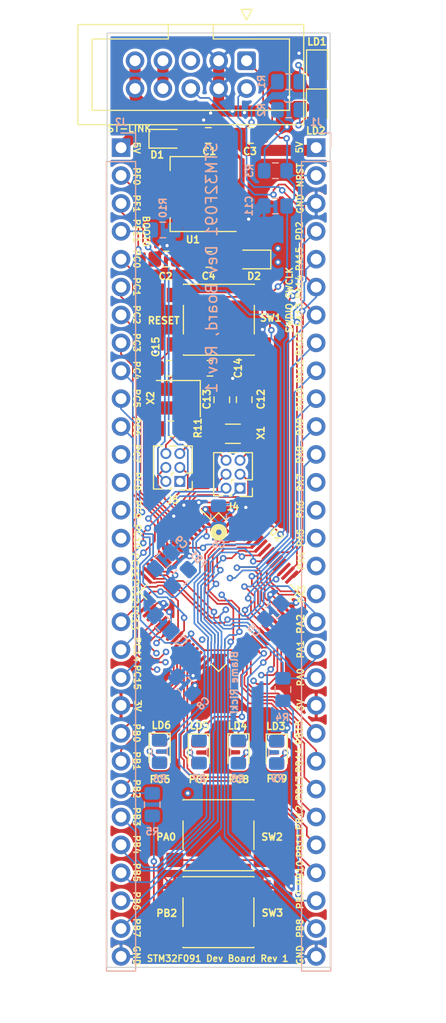
<source format=kicad_pcb>
(kicad_pcb (version 20211014) (generator pcbnew)
  (title_block (title "STM32F091 Dev Board") (date "2020-06-22") (rev "1"))
  (layers (0 "F.Cu" signal) (1 "In1.Cu" signal "Ground.Cu") (2 "In2.Cu" signal "Power.Cu") (31 "B.Cu" signal) (34 "B.Paste" user) (35 "F.Paste" user) (36 "B.SilkS" user "B.Silkscreen") (37 "F.SilkS" user "F.Silkscreen") (38 "B.Mask" user) (39 "F.Mask" user) (44 "Edge.Cuts" user))
  (net 0 "")
  (net 1 "GND")
  (net 2 "+5V")
  (net 3 "Net-(C2-Pad1)")
  (net 4 "/NRST")
  (net 5 "Net-(C12-Pad1)")
  (net 6 "Net-(C13-Pad1)")
  (net 7 "Net-(C14-Pad1)")
  (net 8 "Net-(C15-Pad1)")
  (net 9 "/U5V")
  (net 10 "/PB8")
  (net 11 "/PB9")
  (net 12 "/PB10")
  (net 13 "/PB11")
  (net 14 "/PB12")
  (net 15 "/PB13")
  (net 16 "/PB14")
  (net 17 "/PB15")
  (net 18 "/PA0")
  (net 19 "/PA1")
  (net 20 "/PA2")
  (net 21 "/PA3")
  (net 22 "/PA4")
  (net 23 "/PA5")
  (net 24 "/PA6")
  (net 25 "/PA7")
  (net 26 "/PA8")
  (net 27 "/PA9")
  (net 28 "/PA10")
  (net 29 "/PA11")
  (net 30 "/PA12")
  (net 31 "/PA13")
  (net 32 "/PA14")
  (net 33 "/PA15")
  (net 34 "/PD2")
  (net 35 "/PB7")
  (net 36 "/PB6")
  (net 37 "/PB5")
  (net 38 "/PB4")
  (net 39 "/PB3")
  (net 40 "/PB2")
  (net 41 "/PB1")
  (net 42 "/PB0")
  (net 43 "/XPC15")
  (net 44 "/XPC14")
  (net 45 "/PC13")
  (net 46 "/PC12")
  (net 47 "/PC11")
  (net 48 "/PC10")
  (net 49 "/PC9")
  (net 50 "/PC8")
  (net 51 "/PC7")
  (net 52 "/PC6")
  (net 53 "/PC5")
  (net 54 "/PC4")
  (net 55 "/PC3")
  (net 56 "/PC2")
  (net 57 "/PC1")
  (net 58 "/PC0")
  (net 59 "/BOOT0")
  (net 60 "/XPF1")
  (net 61 "/XPF0")
  (net 62 "/V3.3_IN")
  (net 63 "Net-(J3-Pad5)")
  (net 64 "Net-(R4-Pad2)")
  (net 65 "/PC14")
  (net 66 "/PC15")
  (net 67 "/PF0")
  (net 68 "/PF1")
  (net 69 "Net-(LD1-Pad2)")
  (net 70 "Net-(LD2-Pad2)")
  (net 71 "Net-(LD3-Pad2)")
  (net 72 "Net-(LD4-Pad2)")
  (net 73 "+3V0")
  (net 74 "/3VA")
  (net 75 "Net-(LD5-Pad2)")
  (net 76 "Net-(LD6-Pad2)")
  (net 77 "Net-(J5-Pad6)")
  (net 78 "Net-(R5-Pad2)")
  (footprint "Capacitor_SMD:C_0805_2012Metric_Pad1.15x1.40mm_HandSolder" (layer "F.Cu") (at 113.35882 49.97196 180)
    (fp_text reference "C1")
    (fp_text value "22uF")
  )
  (footprint "Capacitor_SMD:C_0805_2012Metric_Pad1.15x1.40mm_HandSolder" (layer "F.Cu") (at 113.41216 61.26734)
    (fp_text reference "C4")
    (fp_text value ".1uF")
  )
  (footprint "Diode_SMD:D_SOD-323" (layer "F.Cu") (at 109.45876 50.27676)
    (fp_text reference "D1")
    (fp_text value "BAT60JFILM")
  )
  (footprint "LED_SMD:LED_0805_2012Metric" (layer "F.Cu") (at 123.27382 43.87318 -90)
    (fp_text reference "LD1")
    (fp_text value "LED_Red")
  )
  (footprint "Diode_SMD:D_SOD-323" (layer "F.Cu") (at 117.5553 61.26734 180)
    (fp_text reference "D2")
    (fp_text value "BAT60JFILM")
  )
  (footprint "LED_SMD:LED_0805_2012Metric" (layer "F.Cu") (at 123.25858 47.42712 -90)
    (fp_text reference "LD2")
    (fp_text value "LED_Green")
  )
  (footprint "Connector_IDC:IDC-Header_2x05_P2.54mm_Vertical" (layer "F.Cu") (at 116.84762 43.16476 -90)
    (fp_text reference "J3" hide)
    (fp_text value "Conn_02x05_Odd_Even")
  )
  (footprint "Package_TO_SOT_SMD:SOT-223-3_TabPin2" (layer "F.Cu") (at 111.79262 55.3098 180)
    (fp_text reference "U1")
    (fp_text value "LD1117S33TR_SOT223")
  )
  (footprint "Package_QFP:LQFP-64_10x10mm_P0.5mm" (layer "F.Cu") (at 114.3 91.558159 -45)
    (fp_text reference "U2")
    (fp_text value "STM32F091RCTx")
  )
  (footprint "Capacitor_SMD:C_0805_2012Metric_Pad1.15x1.40mm_HandSolder" (layer "F.Cu") (at 114.5921 74.0447 90)
    (fp_text reference "C13")
    (fp_text value "12pF")
  )
  (footprint "Capacitor_SMD:C_0805_2012Metric_Pad1.15x1.40mm_HandSolder" (layer "F.Cu") (at 116.63172 74.03962 90)
    (fp_text reference "C12")
    (fp_text value "12pF")
  )
  (footprint "Capacitor_SMD:C_0805_2012Metric_Pad1.15x1.40mm_HandSolder" (layer "F.Cu") (at 113.51884 71.17588)
    (fp_text reference "C14")
    (fp_text value "20pF")
  )
  (footprint "Capacitor_SMD:C_0805_2012Metric_Pad1.15x1.40mm_HandSolder" (layer "F.Cu") (at 109.75986 71.17588 180)
    (fp_text reference "C15")
    (fp_text value "20pF")
  )
  (footprint "Resistor_SMD:R_0805_2012Metric_Pad1.15x1.40mm_HandSolder" (layer "F.Cu") (at 109.93744 76.68768 180)
    (fp_text reference "R11")
    (fp_text value "390")
  )
  (footprint "Capacitor_SMD:C_0805_2012Metric_Pad1.15x1.40mm_HandSolder" (layer "F.Cu") (at 109.51094 61.23178 180)
    (fp_text reference "C2")
    (fp_text value "22uF")
  )
  (footprint "Capacitor_SMD:C_0805_2012Metric_Pad1.15x1.40mm_HandSolder" (layer "F.Cu") (at 117.20946 49.97196)
    (fp_text reference "C3")
    (fp_text value ".1uF")
  )
  (footprint "LED_SMD:LED_0805_2012Metric" (layer "F.Cu") (at 116.10848 106.15144 -90)
    (fp_text reference "LD4")
    (fp_text value "LED_Green")
  )
  (footprint "LED_SMD:LED_0805_2012Metric" (layer "F.Cu") (at 112.4966 106.16716 -90)
    (fp_text reference "LD5")
    (fp_text value "LED_Yellow")
  )
  (footprint "LED_SMD:LED_0805_2012Metric" (layer "F.Cu") (at 108.9279 106.09096 -90)
    (fp_text reference "LD6")
    (fp_text value "LED_Red")
  )
  (footprint "LED_SMD:LED_0805_2012Metric" (layer "F.Cu") (at 119.59844 106.1743 -90)
    (fp_text reference "LD3")
    (fp_text value "LED_Blue")
  )
  (footprint "Connector_PinHeader_1.27mm:PinHeader_2x03_P1.27mm_Vertical" (layer "F.Cu") (at 116.25072 82.09534 180)
    (fp_text reference "J4")
    (fp_text value "Conn_02x03_Odd_Even")
  )
  (footprint "Connector_PinHeader_1.27mm:PinHeader_2x03_P1.27mm_Vertical" (layer "F.Cu") (at 110.76686 81.48066 180)
    (fp_text reference "J5")
    (fp_text value "Conn_02x03_Odd_Even")
  )
  (footprint "Button_Switch_SMD:SW_SPST_PTS645" (layer "F.Cu") (at 114.2873 120.70842)
    (fp_text reference "SW3")
    (fp_text value "SW_Push")
  )
  (footprint "Button_Switch_SMD:SW_SPST_PTS645" (layer "F.Cu") (at 114.28994 113.70354)
    (fp_text reference "SW2")
    (fp_text value "SW_Push")
  )
  (footprint "Crystal:Crystal_SMD_3225-4Pin_3.2x2.5mm" (layer "F.Cu") (at 110.63242 73.9385 180)
    (fp_text reference "X2")
    (fp_text value "8MHz(20pF)")
  )
  (footprint "local_models:ECX-.327-CDX-1293" (layer "F.Cu") (at 115.60016 77.1398)
    (fp_text reference "X1")
    (fp_text value "32.768kHz(12.5pF)")
  )
  (footprint "Button_Switch_SMD:SW_SPST_PTS645" (layer "F.Cu") (at 114.3227 66.75216 180)
    (fp_text reference "SW1")
    (fp_text value "SW_Push")
  )
  (footprint "Capacitor_SMD:C_0805_2012Metric_Pad1.15x1.40mm_HandSolder" (layer "B.Cu") (at 119.47514 56.39308 180)
    (fp_text reference "C11")
    (fp_text value ".1uF")
  )
  (footprint "local_models:HTSW-130-22-T-S" (layer "B.Cu") (at 123.19 51.08194 180)
    (fp_text reference "J1")
    (fp_text value "Conn_01x30_Male")
  )
  (footprint "Resistor_SMD:R_0805_2012Metric_Pad1.15x1.40mm_HandSolder" (layer "B.Cu") (at 120.68418 45.07738)
    (fp_text reference "R1")
    (fp_text value "5.1k")
  )
  (footprint "Resistor_SMD:R_0805_2012Metric_Pad1.15x1.40mm_HandSolder" (layer "B.Cu") (at 109.22116 58.58002)
    (fp_text reference "R10")
    (fp_text value "100K")
  )
  (footprint "local_models:HTSW-130-22-T-S" (layer "B.Cu") (at 105.41 51.08194 180)
    (fp_text reference "J2")
    (fp_text value "Conn_01x30_Male")
  )
  (footprint "Resistor_SMD:R_0805_2012Metric_Pad1.15x1.40mm_HandSolder" (layer "B.Cu") (at 120.68418 47.64532)
    (fp_text reference "R2")
    (fp_text value "1k")
  )
  (footprint "Capacitor_SMD:C_0805_2012Metric_Pad1.15x1.40mm_HandSolder" (layer "B.Cu") (at 119.272436 93.300164 -135)
    (fp_text reference "C5")
    (fp_text value ".1uF")
  )
  (footprint "Capacitor_SMD:C_0805_2012Metric_Pad1.15x1.40mm_HandSolder" (layer "B.Cu") (at 114.29746 84.72308 90)
    (fp_text reference "C6")
    (fp_text value ".1uF")
  )
  (footprint "Capacitor_SMD:C_0805_2012Metric_Pad1.15x1.40mm_HandSolder" (layer "B.Cu") (at 109.236896 94.428696 135)
    (fp_text reference "C7")
    (fp_text value ".1uF")
  )
  (footprint "Inductor_SMD:L_0805_2012Metric_Pad1.15x1.40mm_HandSolder" (layer "B.Cu") (at 110.814236 90.234384 45)
    (fp_text reference "FB1")
    (fp_text value "Ferrite Bead")
  )
  (footprint "Capacitor_SMD:C_0805_2012Metric_Pad1.15x1.40mm_HandSolder" (layer "B.Cu") (at 109.259756 88.687524 45)
    (fp_text reference "C9")
    (fp_text value ".1uF")
  )
  (footprint "Resistor_SMD:R_0805_2012Metric_Pad1.15x1.40mm_HandSolder" (layer "B.Cu") (at 119.47514 53.18506)
    (fp_text reference "R3")
    (fp_text value "100K")
  )
  (footprint "Capacitor_SMD:C_0805_2012Metric_Pad1.15x1.40mm_HandSolder" (layer "B.Cu") (at 111.207936 100.009076 135)
    (fp_text reference "C8")
    (fp_text value ".1uF")
  )
  (footprint "Resistor_SMD:R_0805_2012Metric_Pad1.15x1.40mm_HandSolder" (layer "B.Cu") (at 120.16232 100.43298 -90)
    (fp_text reference "R4")
    (fp_text value "1k")
  )
  (footprint "Resistor_SMD:R_0805_2012Metric_Pad1.15x1.40mm_HandSolder" (layer "B.Cu") (at 108.91266 106.07156 90)
    (fp_text reference "R6")
    (fp_text value "3k")
  )
  (footprint "Resistor_SMD:R_0805_2012Metric_Pad1.15x1.40mm_HandSolder" (layer "B.Cu") (at 112.52962 106.0995 90)
    (fp_text reference "R7")
    (fp_text value "2k")
  )
  (footprint "Resistor_SMD:R_0805_2012Metric_Pad1.15x1.40mm_HandSolder" (layer "B.Cu") (at 119.58828 106.14522 90)
    (fp_text reference "R9")
    (fp_text value "510")
  )
  (footprint "Resistor_SMD:R_0805_2012Metric_Pad1.15x1.40mm_HandSolder" (layer "B.Cu") (at 116.09324 106.11496 90)
    (fp_text reference "R8")
    (fp_text value "1k")
  )
  (footprint "Resistor_SMD:R_0805_2012Metric_Pad1.15x1.40mm_HandSolder" (layer "B.Cu") (at 108.25226 110.91534 -90)
    (fp_text reference "R5")
    (fp_text value "1k")
  )
  (gr_circle (center 114.31508 86.11204) (end 114.566745 86.11204) (layer "F.SilkS") (width 0.508) (fill none))
  (gr_line (start 104.14 40.64) (end 124.46 40.64) (layer "Edge.Cuts") (width 0.1))
  (gr_line (start 104.14 125.73) (end 104.14 40.64) (layer "Edge.Cuts") (width 0.1))
  (gr_line (start 124.46 125.73) (end 104.14 125.73) (layer "Edge.Cuts") (width 0.1))
  (gr_line (start 124.46 40.64) (end 124.46 125.73) (layer "Edge.Cuts") (width 0.1))
  (gr_text "Blame Rick!" (at 115.71716 99.78994 90) (layer "B.SilkS") (effects (font (size 0.635 0.635)) (justify mirror)))
  (gr_text "STM32F091 Dev Board, Rev 1" (at 113.66992 62.02268 90) (layer "B.SilkS") (effects (font (size 1.016 1.016)) (justify mirror)))
  (gr_text "PA13" (at 121.666 66.294 90) (layer "F.SilkS") (effects (font (size 0.5842 0.5842) (thickness 0.127))))
  (gr_text "RESET" (at 109.29366 66.82994) (layer "F.SilkS") (effects (font (size 0.635 0.635))))
  (gr_text "PA0" (at 109.51718 113.85804) (layer "F.SilkS") (effects (font (size 0.635 0.635))))
  (gr_text "5V" (at 121.666 51.054 90) (layer "F.SilkS") (effects (font (size 0.5842 0.5842) (thickness 0.127))))
  (gr_text "PA9" (at 121.7168 76.5048 90) (layer "F.SilkS") (effects (font (size 0.5842 0.5842) (thickness 0.127))))
  (gr_text "PA5" (at 121.7676 86.614 90) (layer "F.SilkS") (effects (font (size 0.5842 0.5842) (thickness 0.127))))
  (gr_text "3V" (at 121.7676 101.854 90) (layer "F.SilkS") (effects (font (size 0.5842 0.5842) (thickness 0.127))))
  (gr_text "PB15" (at 121.666 104.3432 90) (layer "F.SilkS") (effects (font (size 0.5842 0.5842) (thickness 0.127))))
  (gr_text "PB8" (at 121.7168 122.174 90) (layer "F.SilkS") (effects (font (size 0.5842 0.5842) (thickness 0.127))))
  (gr_text "PB12" (at 121.666 112.0902 90) (layer "F.SilkS") (effects (font (size 0.5842 0.5842) (thickness 0.127))))
  (gr_text "PB11" (at 121.7168 114.5794 90) (layer "F.SilkS") (effects (font (size 0.5842 0.5842) (thickness 0.127))))
  (gr_text "PB14" (at 121.666 106.8832 90) (layer "F.SilkS") (effects (font (size 0.5842 0.5842) (thickness 0.127))))
  (gr_text "PB13" (at 121.666 109.4232 90) (layer "F.SilkS") (effects (font (size 0.5842 0.5842) (thickness 0.127))))
  (gr_text "PB10" (at 121.7168 117.1448 90) (layer "F.SilkS") (effects (font (size 0.5842 0.5842) (thickness 0.127))))
  (gr_text "GND" (at 121.7168 124.6124 90) (layer "F.SilkS") (effects (font (size 0.5842 0.5842) (thickness 0.127))))
  (gr_text "PC4" (at 106.8324 71.374 270) (layer "F.SilkS") (effects (font (size 0.5842 0.5842) (thickness 0.127))))
  (gr_text "PC0" (at 106.8324 61.214 270) (layer "F.SilkS") (effects (font (size 0.5842 0.5842) (thickness 0.127))))
  (gr_text "PC15" (at 106.87304 99.32416 270) (layer "F.SilkS") (effects (font (size 0.5842 0.5842) (thickness 0.127))))
  (gr_text "PC8" (at 106.8832 81.4832 270) (layer "F.SilkS") (effects (font (size 0.5842 0.5842) (thickness 0.127))))
  (gr_text "PC7" (at 106.8324 78.9432 270) (layer "F.SilkS") (effects (font (size 0.5842 0.5842) (thickness 0.127))))
  (gr_text "PC12" (at 106.71048 91.47302 270) (layer "F.SilkS") (effects (font (size 0.5842 0.5842) (thickness 0.127))))
  (gr_text "PC2" (at 106.8324 66.294 270) (layer "F.SilkS") (effects (font (size 0.5842 0.5842) (thickness 0.127))))
  (gr_text "PC9" (at 106.8832 84.0232 270) (layer "F.SilkS") (effects (font (size 0.5842 0.5842) (thickness 0.127))))
  (gr_text "PC11" (at 106.69016 89.11082 270) (layer "F.SilkS") (effects (font (size 0.5842 0.5842) (thickness 0.127))))
  (gr_text "PC3" (at 106.8324 68.834 270) (layer "F.SilkS") (effects (font (size 0.5842 0.5842) (thickness 0.127))))
  (gr_text "PC14" (at 106.87304 96.78416 270) (layer "F.SilkS") (effects (font (size 0.5842 0.5842) (thickness 0.127))))
  (gr_text "PC13" (at 106.66984 93.90126 270) (layer "F.SilkS") (effects (font (size 0.5842 0.5842) (thickness 0.127))))
  (gr_text "PC5" (at 106.8324 73.914 270) (layer "F.SilkS") (effects (font (size 0.5842 0.5842) (thickness 0.127))))
  (gr_text "PC1" (at 106.8324 63.754 270) (layer "F.SilkS") (effects (font (size 0.5842 0.5842) (thickness 0.127))))
  (gr_text "PC6" (at 106.8324 76.5048 270) (layer "F.SilkS") (effects (font (size 0.5842 0.5842) (thickness 0.127))))
  (gr_text "PC10" (at 106.8832 86.5124 270) (layer "F.SilkS") (effects (font (size 0.5842 0.5842) (thickness 0.127))))
  (gr_text "3V" (at 106.934 101.9048 270) (layer "F.SilkS") (effects (font (size 0.5842 0.5842) (thickness 0.127))))
  (gr_text "PB7" (at 106.8324 122.1232 270) (layer "F.SilkS") (effects (font (size 0.5842 0.5842) (thickness 0.127))))
  (gr_text "PB3" (at 106.8324 112.014 270) (layer "F.SilkS") (effects (font (size 0.5842 0.5842) (thickness 0.127))))
  (gr_text "PB5" (at 106.8324 117.094 270) (layer "F.SilkS") (effects (font (size 0.5842 0.5842) (thickness 0.127))))
  (gr_text "PB1" (at 106.8324 106.934 270) (layer "F.SilkS") (effects (font (size 0.5842 0.5842) (thickness 0.127))))
  (gr_text "PB4" (at 106.8324 114.554 270) (layer "F.SilkS") (effects (font (size 0.5842 0.5842) (thickness 0.127))))
  (gr_text "PB6" (at 106.8324 119.6848 270) (layer "F.SilkS") (effects (font (size 0.5842 0.5842) (thickness 0.127))))
  (gr_text "PB2" (at 106.8324 109.474 270) (layer "F.SilkS") (effects (font (size 0.5842 0.5842) (thickness 0.127))))
  (gr_text "PB0" (at 106.8324 104.394 270) (layer "F.SilkS") (effects (font (size 0.5842 0.5842) (thickness 0.127))))
  (gr_text "GND" (at 106.8324 124.6632 270) (layer "F.SilkS") (effects (font (size 0.5842 0.5842) (thickness 0.127))))
  (gr_text "BOOT0" (at 107.69854 58.6994 270) (layer "F.SilkS") (effects (font (size 0.5842 0.5842) (thickness 0.127))))
  (gr_text "PF11" (at 106.8324 58.674 270) (layer "F.SilkS") (effects (font (size 0.5842 0.5842) (thickness 0.127))))
  (gr_text "SWDIO" (at 120.7516 66.5988 90) (layer "F.SilkS") (effects (font (size 0.5842 0.5842) (thickness 0.127))))
  (gr_text "SWCLK" (at 120.7516 63.3984 90) (layer "F.SilkS") (effects (font (size 0.5842 0.5842) (thickness 0.127))))
  (gr_text "STM32F091 Dev Board Rev 1" (at 114.21364 124.9299) (layer "F.SilkS") (effects (font (size 0.5842 0.5842) (thickness 0.127))))
  (gr_text "PC9" (at 119.61114 108.55452) (layer "F.SilkS") (effects (font (size 0.635 0.635))))
  (gr_text "PC8" (at 116.13896 108.61802) (layer "F.SilkS") (effects (font (size 0.635 0.635))))
  (gr_text "PC6" (at 108.96346 108.61802) (layer "F.SilkS") (effects (font (size 0.635 0.635))))
  (gr_text "PC7" (at 112.5093 108.61802) (layer "F.SilkS") (effects (font (size 0.635 0.635))))
  (gr_text "PB2" (at 109.5756 120.8024) (layer "F.SilkS") (effects (font (size 0.635 0.635))))
  (gr_text "PB9" (at 121.7168 119.56034 90) (layer "F.SilkS") (effects (font (size 0.5842 0.5842) (thickness 0.127))))
  (gr_text "PA10" (at 121.7168 74.0156 90) (layer "F.SilkS") (effects (font (size 0.5842 0.5842) (thickness 0.127))))
  (gr_text "PA7" (at 121.7676 81.5848 90) (layer "F.SilkS") (effects (font (size 0.5842 0.5842) (thickness 0.127))))
  (gr_text "PA4" (at 121.83872 88.70442 90) (layer "F.SilkS") (effects (font (size 0.5842 0.5842) (thickness 0.127))))
  (gr_text "GND" (at 121.7295 56.1975 90) (layer "F.SilkS") (effects (font (size 0.5842 0.5842) (thickness 0.127))))
  (gr_text "NRST" (at 121.7295 53.594 90) (layer "F.SilkS") (effects (font (size 0.5842 0.5842) (thickness 0.127))))
  (gr_text "PA3" (at 121.86412 91.7448 90) (layer "F.SilkS") (effects (font (size 0.5842 0.5842) (thickness 0.127))))
  (gr_text "PA1" (at 121.7676 96.774 90) (layer "F.SilkS") (effects (font (size 0.5842 0.5842) (thickness 0.127))))
  (gr_text "PA0" (at 121.7676 99.314 90) (layer "F.SilkS") (effects (font (size 0.5842 0.5842) (thickness 0.127))))
  (gr_text "PA2" (at 121.77268 94.4626 90) (layer "F.SilkS") (effects (font (size 0.635 0.635))))
  (gr_text "PA14" (at 121.666 63.754 90) (layer "F.SilkS") (effects (font (size 0.5842 0.5842) (thickness 0.127))))
  (gr_text "PA15" (at 121.666 61.214 90) (layer "F.SilkS") (effects (font (size 0.5842 0.5842) (thickness 0.127))))
  (gr_text "PF1" (at 106.8324 56.1848 270) (layer "F.SilkS") (effects (font (size 0.5842 0.5842) (thickness 0.127))))
  (gr_text "PA8" (at 121.7168 79.0448 90) (layer "F.SilkS") (effects (font (size 0.5842 0.5842) (thickness 0.127))))
  (gr_text "PF0" (at 106.8324 53.6956 270) (layer "F.SilkS") (effects (font (size 0.5842 0.5842) (thickness 0.127))))
  (gr_text "PA6" (at 121.7676 84.0232 90) (layer "F.SilkS") (effects (font (size 0.5842 0.5842) (thickness 0.127))))
  (gr_text "PD2" (at 121.666 58.674 90) (layer "F.SilkS") (effects (font (size 0.5842 0.5842) (thickness 0.127))))
  (gr_text "PA12" (at 121.666 68.961 90) (layer "F.SilkS") (effects (font (size 0.5842 0.5842) (thickness 0.127))))
  (gr_text "PA11" (at 121.7168 71.4502 90) (layer "F.SilkS") (effects (font (size 0.5842 0.5842) (thickness 0.127))))
  (gr_text "5V" (at 106.8324 51.1048 270) (layer "F.SilkS") (effects (font (size 0.5842 0.5842) (thickness 0.127))))
  (gr_text "ST-LINK" (at 106.17762 49.33476) (layer "F.SilkS") (effects (font (size 0.635 0.635) (thickness 0.127))))
  (segment (start 118.23446 49.97196) (end 118.341421 49.864999) (width 1.016) (layer "F.Cu") (net 1))
  (segment (start 114.54384 71.17588) (end 114.6683 71.17588) (width 0.1524) (layer "F.Cu") (net 1))
  (segment (start 107.68076 103.90632) (end 107.40898 103.90632) (width 0.1524) (layer "F.Cu") (net 1))
  (segment (start 116.50704 73.01462) (end 115.58524 72.09282) (width 0.1524) (layer "F.Cu") (net 1))
  (segment (start 114.861059 47.751719) (end 114.30762 47.19828) (width 1.016) (layer "F.Cu") (net 1))
  (segment (start 113.6142 73.9976) (end 113.6142 81.8769) (width 0.1524) (layer "F.Cu") (net 1))
  (segment (start 112.087201 98.367152) (end 112.087201 99.057919) (width 0.1524) (layer "F.Cu") (net 1))
  (segment (start 108.9279 105.15346) (end 107.68076 103.90632) (width 0.1524) (layer "F.Cu") (net 1))
  (segment (start 118.28516 69.17392) (end 118.28516 69.3929) (width 0.1524) (layer "F.Cu") (net 1))
  (segment (start 109.049732 88.782765) (end 109.547796 89.280829) (width 0.1524) (layer "F.Cu") (net 1))
  (segment (start 108.73486 69.86016) (end 108.53166 69.65696) (width 0.1524) (layer "F.Cu") (net 1))
  (segment (start 119.123296 91.785261) (end 119.02847 91.785261) (width 0.1524) (layer "F.Cu") (net 1))
  (segment (start 118.23446 49.77384) (end 118.23446 49.97196) (width 1.016) (layer "F.Cu") (net 1))
  (segment (start 112.17402 82.051074) (end 111.974087 82.251007) (width 0.1524) (layer "F.Cu") (net 1))
  (segment (start 112.33382 49.97196) (end 112.33382 49.17208) (width 1.016) (layer "F.Cu") (net 1))
  (segment (start 120.71096 46.48962) (end 120.70588 46.4947) (width 0.1524) (layer "F.Cu") (net 1))
  (segment (start 116.10848 105.21394) (end 116.10848 104.0384) (width 0.1524) (layer "F.Cu") (net 1))
  (segment (start 117.578761 73.961661) (end 117.578761 82.686781) (width 0.1524) (layer "F.Cu") (net 1))
  (segment (start 113.57483 47.93107) (end 114.30762 47.19828) (width 1.016) (layer "F.Cu") (net 1))
  (segment (start 119.59844 105.2368) (end 120.556594 104.278646) (width 0.1524) (layer "F.Cu") (net 1))
  (segment (start 109.547796 89.280829) (end 109.970988 89.280829) (width 0.1524) (layer "F.Cu") (net 1))
  (segment (start 116.63172 73.01462) (end 117.578761 73.961661) (width 0.1524) (layer "F.Cu") (net 1))
  (segment (start 108.73486 70.6884) (end 110.3251 69.09816) (width 0.1524) (layer "F.Cu") (net 1))
  (segment (start 118.28516 67.65046) (end 118.29288 67.64274) (width 0.1524) (layer "F.Cu") (net 1))
  (segment (start 120.556594 104.278646) (end 120.556594 103.93917) (width 0.1524) (layer "F.Cu") (net 1))
  (segment (start 114.30762 47.19828) (end 114.30762 45.70476) (width 1.016) (layer "F.Cu") (net 1))
  (segment (start 117.01774 57.6098) (end 117.03558 57.59196) (width 1.016) (layer "F.Cu") (net 1))
  (segment (start 110.212261 84.643781) (end 108.10494 82.53646) (width 0.1524) (layer "F.Cu") (net 1))
  (segment (start 110.3251 69.09816) (end 112.46612 69.09816) (width 0.1524) (layer "F.Cu") (net 1))
  (segment (start 115.559559 47.751719) (end 114.861059 47.751719) (width 1.016) (layer "F.Cu") (net 1))
  (segment (start 114.6683 71.17588) (end 115.58524 72.09282) (width 0.1524) (layer "F.Cu") (net 1))
  (segment (start 116.869722 83.39582) (end 112.496997 83.39582) (width 0.1524) (layer "F.Cu") (net 1))
  (segment (start 112.4966 105.22966) (end 112.4966 103.909891) (width 0.1524) (layer "F.Cu") (net 1))
  (segment (start 113.149391 71.995329) (end 113.149391 77.195669) (width 0.1524) (layer "F.Cu") (net 1))
  (segment (start 108.73486 71.17588) (end 108.73486 69.86016) (width 0.1524) (layer "F.Cu") (net 1))
  (segment (start 120.610928 93.272893) (end 119.123296 91.785261) (width 0.1524) (layer "F.Cu") (net 1))
  (segment (start 113.96884 71.17588) (end 113.149391 71.995329) (width 0.1524) (layer "F.Cu") (net 1))
  (segment (start 114.5921 73.0197) (end 114.65836 73.0197) (width 0.1524) (layer "F.Cu") (net 1))
  (segment (start 112.17402 78.17104) (end 112.17402 82.051074) (width 0.1524) (layer "F.Cu") (net 1))
  (segment (start 112.4966 103.909891) (end 112.290322 103.703613) (width 0.1524) (layer "F.Cu") (net 1))
  (segment (start 116.781859 83.848219) (end 116.781859 84.480106) (width 0.1524) (layer "F.Cu") (net 1))
  (segment (start 123.25858 46.48962) (end 120.71096 46.48962) (width 0.1524) (layer "F.Cu") (net 1))
  (segment (start 108.73486 71.17588) (end 108.46816 71.44258) (width 0.1524) (layer "F.Cu") (net 1))
  (segment (start 108.10494 71.8058) (end 108.73486 71.17588) (width 0.1524) (layer "F.Cu") (net 1))
  (segment (start 114.65836 73.0197) (end 115.58524 72.09282) (width 0.1524) (layer "F.Cu") (net 1))
  (segment (start 108.10494 82.53646) (end 108.10494 71.8058) (width 0.1524) (layer "F.Cu") (net 1))
  (segment (start 118.341421 48.251127) (end 117.842013 47.751719) (width 1.016) (layer "F.Cu") (net 1))
  (segment (start 112.585266 97.869087) (end 112.087201 98.367152) (width 0.1524) (layer "F.Cu") (net 1))
  (segment (start 123.27382 42.93568) (end 122.07954 42.93568) (width 0.1524) (layer "F.Cu") (net 1))
  (segment (start 122.07954 42.93568) (end 121.6279 42.48404) (width 0.1524) (layer "F.Cu") (net 1))
  (segment (start 114.54384 71.17588) (end 113.96884 71.17588) (width 0.1524) (layer "F.Cu") (net 1))
  (segment (start 108.9279 105.15346) (end 108.9279 105.12552) (width 0.1524) (layer "F.Cu") (net 1))
  (segment (start 113.149391 77.195669) (end 112.17402 78.17104) (width 0.1524) (layer "F.Cu") (net 1))
  (segment (start 114.30762 45.70476) (end 114.30762 43.16476) (width 1.016) (layer "F.Cu") (net 1))
  (segment (start 118.341421 49.864999) (end 118.341421 48.251127) (width 1.016) (layer "F.Cu") (net 1))
  (segment (start 114.43716 58.11526) (end 114.94262 57.6098) (width 1.016) (layer "F.Cu") (net 1))
  (segment (start 111.974087 82.251007) (end 111.134975 83.090119) (width 0.1524) (layer "F.Cu") (net 1))
  (segment (start 110.972274 88.279543) (end 111.646735 88.279543) (width 0.1524) (layer "F.Cu") (net 1))
  (segment (start 112.33382 49.17208) (end 112.93983 48.56607) (width 1.016) (layer "F.Cu") (net 1))
  (segment (start 113.6142 81.8769) (end 113.377253 82.113847) (width 0.1524) (layer "F.Cu") (net 1))
  (segment (start 111.134975 83.090119) (end 111.134975 83.640292) (width 0.1524) (layer "F.Cu") (net 1))
  (segment (start 108.48594 61.23178) (end 108.48594 61.11748) (width 0.508) (layer "F.Cu") (net 1))
  (segment (start 108.48594 61.11748) (end 109.601 60.00242) (width 0.508) (layer "F.Cu") (net 1))
  (segment (start 112.087201 99.057919) (end 111.97844 99.16668) (width 0.1524) (layer "F.Cu") (net 1))
  (segment (start 118.28516 69.17392) (end 118.28516 67.65046) (width 0.1524) (layer "F.Cu") (net 1))
  (segment (start 114.43716 61.26734) (end 114.43716 58.11526) (width 1.016) (layer "F.Cu") (net 1))
  (segment (start 112.111247 82.113847) (end 111.974087 82.251007) (width 0.1524) (layer "F.Cu") (net 1))
  (segment (start 114.5921 73.0197) (end 113.6142 73.9976) (width 0.1524) (layer "F.Cu") (net 1))
  (segment (start 113.377253 82.113847) (end 112.111247 82.113847) (width 0.1524) (layer "F.Cu") (net 1))
  (segment (start 116.63172 73.01462) (end 116.50704 73.01462) (width 0.1524) (layer "F.Cu") (net 1))
  (segment (start 114.54384 71.17588) (end 114.13744 71.17588) (width 0.1524) (layer "F.Cu") (net 1))
  (segment (start 116.781859 84.480106) (end 116.014734 85.247231) (width 0.1524) (layer "F.Cu") (net 1))
  (segment (start 114.94262 57.6098) (end 117.01774 57.6098) (width 1.016) (layer "F.Cu") (net 1))
  (segment (start 117.842013 47.751719) (end 115.559559 47.751719) (width 1.016) (layer "F.Cu") (net 1))
  (segment (start 112.93983 48.56607) (end 113.57483 47.93107) (width 1.016) (layer "F.Cu") (net 1))
  (segment (start 108.695769 92.566196) (end 109.278641 92.566196) (width 0.1524) (layer "F.Cu") (net 1))
  (segment (start 116.10848 104.0384) (end 116.13896 104.00792) (width 0.1524) (layer "F.Cu") (net 1))
  (segment (start 109.970988 89.280829) (end 110.972274 88.279543) (width 0.1524) (layer "F.Cu") (net 1))
  (segment (start 107.989072 93.272893) (end 108.695769 92.566196) (width 0.1524) (layer "F.Cu") (net 1))
  (segment (start 108.73486 71.17588) (end 108.73486 70.6884) (width 0.1524) (layer "F.Cu") (net 1))
  (segment (start 116.10848 105.21394) (end 116.12928 105.21394) (width 0.1524) (layer "F.Cu") (net 1))
  (segment (start 112.46612 69.09816) (end 114.54384 71.17588) (width 0.1524) (layer "F.Cu") (net 1))
  (segment (start 117.578761 82.686781) (end 116.869722 83.39582) (width 0.1524) (layer "F.Cu") (net 1))
  (via (at 112.93983 48.56607) (size 0.6) (drill 0.3) (layers "F.Cu" "B.Cu") (net 1))
  (via (at 117.03558 57.59196) (size 0.6) (drill 0.3) (layers "F.Cu" "B.Cu") (net 1))
  (via (at 120.70588 46.4947) (size 0.6) (drill 0.3) (layers "F.Cu" "B.Cu") (net 1))
  (via (at 113.57483 47.93107) (size 0.6) (drill 0.3) (layers "F.Cu" "B.Cu") (net 1))
  (via (at 121.6279 42.48404) (size 0.6) (drill 0.3) (layers "F.Cu" "B.Cu") (net 1))
  (via (at 116.781859 83.848219) (size 0.6) (drill 0.3) (layers "F.Cu" "B.Cu") (net 1))
  (via (at 112.496997 83.39582) (size 0.6) (drill 0.3) (layers "F.Cu" "B.Cu") (net 1))
  (via (at 118.29288 67.64274) (size 0.6) (drill 0.3) (layers "F.Cu" "B.Cu") (net 1))
  (via (at 109.601 60.00242) (size 0.6) (drill 0.3) (layers "F.Cu" "B.Cu") (net 1))
  (via (at 111.646735 88.279543) (size 0.6) (drill 0.3) (layers "F.Cu" "B.Cu") (net 1))
  (via (at 120.9294 118.31828) (size 0.6) (drill 0.3) (layers "F.Cu" "B.Cu") (net 1))
  (via (at 115.58524 72.09282) (size 0.6) (drill 0.3) (layers "F.Cu" "B.Cu") (net 1))
  (via (at 112.290322 103.703613) (size 0.6) (drill 0.3) (layers "F.Cu" "B.Cu") (net 1))
  (via (at 107.40898 103.90632) (size 0.6) (drill 0.3) (layers "F.Cu" "B.Cu") (net 1))
  (via (at 109.278641 92.566196) (size 0.6) (drill 0.3) (layers "F.Cu" "B.Cu") (net 1))
  (via (at 120.556594 103.93917) (size 0.6) (drill 0.3) (layers "F.Cu" "B.Cu") (net 1))
  (via (at 115.559559 47.751719) (size 0.6) (drill 0.3) (layers "F.Cu" "B.Cu") (net 1))
  (via (at 110.212261 84.643781) (size 0.6) (drill 0.3) (layers "F.Cu" "B.Cu") (net 1))
  (via (at 119.02847 91.785261) (size 0.6) (drill 0.3) (layers "F.Cu" "B.Cu") (net 1))
  (via (at 111.97844 99.16668) (size 0.6) (drill 0.3) (layers "F.Cu" "B.Cu") (net 1))
  (via (at 108.53166 69.65696) (size 0.6) (drill 0.3) (layers "F.Cu" "B.Cu") (net 1))
  (via (at 116.13896 104.00792) (size 0.6) (drill 0.3) (layers "F.Cu" "B.Cu") (net 1))
  (via (at 111.134975 83.640292) (size 0.6) (drill 0.3) (layers "F.Cu" "B.Cu") (net 1))
  (via (at 116.65966 47.89424) (size 0.6) (drill 0.3) (layers "F.Cu" "B.Cu") (net 1))
  (segment (start 118.547652 94.024948) (end 118.954238 93.618362) (width 0.1524) (layer "B.Cu") (net 1))
  (segment (start 110.24616 58.47102) (end 111.12522 57.59196) (width 1.016) (layer "B.Cu") (net 1))
  (segment (start 116.525316 83.591676) (end 116.781859 83.848219) (width 0.1524) (layer "B.Cu") (net 1))
  (segment (start 109.278641 92.937383) (end 109.278641 92.566196) (width 0.1524) (layer "B.Cu") (net 1))
  (segment (start 108.512112 93.703912) (end 109.278641 92.937383) (width 0.1524) (layer "B.Cu") (net 1))
  (segment (start 110.600764 99.16668) (end 110.483152 99.284292) (width 0.1524) (layer "B.Cu") (net 1))
  (segment (start 110.15218 88.13038) (end 109.98454 87.96274) (width 0.1524) (layer "B.Cu") (net 1))
  (segment (start 111.134975 83.721067) (end 111.134975 83.640292) (width 0.1524) (layer "B.Cu") (net 1))
  (segment (start 109.98454 84.871502) (end 110.212261 84.643781) (width 0.1524) (layer "B.Cu") (net 1))
  (segment (start 109.98454 87.96274) (end 109.98454 84.871502) (width 0.1524) (layer "B.Cu") (net 1))
  (segment (start 110.212261 84.643781) (end 111.134975 83.721067) (width 0.1524) (layer "B.Cu") (net 1))
  (segment (start 111.97844 99.16668) (end 110.600764 99.16668) (width 0.1524) (layer "B.Cu") (net 1))
  (segment (start 114.298344 83.591676) (end 116.525316 83.591676) (width 0.1524) (layer "B.Cu") (net 1))
  (segment (start 117.03558 57.59196) (end 111.12522 57.59196) (width 1.016) (layer "B.Cu") (net 1))
  (segment (start 118.5492 56.38038) (end 118.24716 56.38038) (width 1.016) (layer "B.Cu") (net 1))
  (segment (start 115.458239 103.799639) (end 115.458239 97.025461) (width 0.1524) (layer "B.Cu") (net 1))
  (segment (start 118.954238 91.859493) (end 119.02847 91.785261) (width 0.1524) (layer "B.Cu") (net 1))
  (segment (start 109.601 60.00242) (end 109.601 59.22518) (width 1.016) (layer "B.Cu") (net 1))
  (segment (start 118.24716 56.38038) (end 117.03558 57.59196) (width 1.016) (layer "B.Cu") (net 1))
  (segment (start 108.512112 93.703912) (end 108.512112 93.701372) (width 0.1524) (layer "B.Cu") (net 1))
  (segment (start 118.954238 93.618362) (end 118.954238 91.859493) (width 0.1524) (layer "B.Cu") (net 1))
  (segment (start 116.13896 104.00792) (end 115.66652 104.00792) (width 0.1524) (layer "B.Cu") (net 1))
  (segment (start 110.24616 58.58002) (end 110.24616 58.47102) (width 1.016) (layer "B.Cu") (net 1))
  (segment (start 112.496997 83.39582) (end 112.522 83.39582) (width 0.1524) (layer "B.Cu") (net 1))
  (segment (start 122.65763 56.69431) (end 123.19 56.16194) (width 0.1524) (layer "B.Cu") (net 1))
  (segment (start 109.601 59.22518) (end 110.24616 58.58002) (width 1.016) (layer "B.Cu") (net 1))
  (segment (start 109.98454 87.96274) (end 111.329932 87.96274) (width 0.1524) (layer "B.Cu") (net 1))
  (segment (start 111.329932 87.96274) (end 111.646735 88.279543) (width 0.1524) (layer "B.Cu") (net 1))
  (segment (start 115.66652 104.00792) (end 115.458239 103.799639) (width 0.1524) (layer "B.Cu") (net 1))
  (segment (start 106.21518 50.27676) (end 105.41 51.08194) (width 1.016) (layer "F.Cu") (net 2))
  (segment (start 113.14176 51.55438) (end 113.4872 51.55438) (width 1.016) (layer "F.Cu") (net 2))
  (segment (start 116.18446 49.88582) (end 116.18446 49.97196) (width 0.1524) (layer "F.Cu") (net 2))
  (segment (start 114.38382 50.31232) (end 113.14176 51.55438) (width 1.016) (layer "F.Cu") (net 2))
  (segment (start 108.40876 50.27676) (end 106.21518 50.27676) (width 1.016) (layer "F.Cu") (net 2))
  (segment (start 113.4872 51.55438) (end 114.94262 53.0098) (width 1.016) (layer "F.Cu") (net 2))
  (segment (start 116.18446 49.97196) (end 116.18446 50.67196) (width 1.016) (layer "F.Cu") (net 2))
  (segment (start 108.40876 50.27676) (end 109.68638 51.55438) (width 1.016) (layer "F.Cu") (net 2))
  (segment (start 116.84487 51.33237) (end 122.93957 51.33237) (width 1.016) (layer "F.Cu") (net 2))
  (segment (start 122.93957 51.33237) (end 123.19 51.08194) (width 1.016) (layer "F.Cu") (net 2))
  (segment (start 114.38382 49.97196) (end 114.38382 50.31232) (width 1.016) (layer "F.Cu") (net 2))
  (segment (start 117.29974 48.77054) (end 116.18446 49.88582) (width 0.1524) (layer "F.Cu") (net 2))
  (segment (start 109.68638 51.55438) (end 113.14176 51.55438) (width 1.016) (layer "F.Cu") (net 2))
  (segment (start 116.18446 50.67196) (end 116.84487 51.33237) (width 1.016) (layer "F.Cu") (net 2))
  (segment (start 114.38382 49.97196) (end 116.18446 49.97196) (width 1.016) (layer "F.Cu") (net 2))
  (via (at 117.29974 48.77054) (size 0.6) (drill 0.3) (layers "F.Cu" "B.Cu") (net 2))
  (segment (start 117.29974 47.43682) (end 117.29974 48.77054) (width 0.1524) (layer "B.Cu") (net 2))
  (segment (start 119.65918 45.07738) (end 117.29974 47.43682) (width 0.1524) (layer "B.Cu") (net 2))
  (segment (start 112.3516 61.23178) (end 112.38716 61.26734) (width 1.016) (layer "F.Cu") (net 3))
  (segment (start 114.303898 55.3098) (end 112.38716 57.226538) (width 1.016) (layer "F.Cu") (net 3))
  (segment (start 110.5715 61.26734) (end 110.53594 61.23178) (width 0.1524) (layer "F.Cu") (net 3))
  (segment (start 115.14489 62.62775) (end 116.5053 61.26734) (width 1.016) (layer "F.Cu") (net 3))
  (segment (start 112.38716 61.96734) (end 113.04757 62.62775) (width 1.016) (layer "F.Cu") (net 3))
  (segment (start 114.94262 55.3098) (end 114.303898 55.3098) (width 1.016) (layer "F.Cu") (net 3))
  (segment (start 112.38716 57.226538) (end 112.38716 61.26734) (width 1.016) (layer "F.Cu") (net 3))
  (segment (start 113.04757 62.62775) (end 115.14489 62.62775) (width 1.016) (layer "F.Cu") (net 3))
  (segment (start 114.94262 55.3098) (end 108.64262 55.3098) (width 1.016) (layer "F.Cu") (net 3))
  (segment (start 110.53594 61.23178) (end 112.3516 61.23178) (width 1.016) (layer "F.Cu") (net 3))
  (segment (start 112.38716 61.26734) (end 112.38716 61.96734) (width 1.016) (layer "F.Cu") (net 3))
  (segment (start 119.9007 50.186342) (end 119.18696 49.472602) (width 0.1524) (layer "F.Cu") (net 4))
  (segment (start 118.97868 67.57416) (end 119.10822 67.7037) (width 0.1524) (layer "F.Cu") (net 4))
  (segment (start 118.35638 44.67352) (end 116.84762 43.16476) (width 0.1524) (layer "F.Cu") (net 4))
  (segment (start 119.18696 49.472602) (end 119.18696 47.75962) (width 0.1524) (layer "F.Cu") (net 4))
  (segment (start 118.97868 66.8909) (end 118.97868 67.57416) (width 0.1524) (layer "F.Cu") (net 4))
  (segment (start 110.33516 64.80312) (end 110.33516 64.67392) (width 0.1524) (layer "F.Cu") (net 4))
  (segment (start 118.88978 66.802) (end 118.28516 66.19738) (width 0.1524) (layer "F.Cu") (net 4))
  (segment (start 118.7725 64.67392) (end 119.71274 63.73368) (width 0.1524) (layer "F.Cu") (net 4))
  (segment (start 118.88978 66.802) (end 118.97868 66.8909) (width 0.1524) (layer "F.Cu") (net 4))
  (segment (start 110.817499 87.014998) (end 111.327901 87.5254) (width 0.1524) (layer "F.Cu") (net 4))
  (segment (start 118.28516 64.67392) (end 118.7725 64.67392) (width 0.1524) (layer "F.Cu") (net 4))
  (segment (start 111.327901 87.5254) (end 112.877081 87.5254) (width 0.1524) (layer "F.Cu") (net 4))
  (segment (start 119.18696 47.75962) (end 118.35638 46.92904) (width 0.1524) (layer "F.Cu") (net 4))
  (segment (start 118.28516 66.19738) (end 118.28516 64.67392) (width 0.1524) (layer "F.Cu") (net 4))
  (segment (start 110.817499 87.014998) (end 111.330888 87.528387) (width 0.1524) (layer "F.Cu") (net 4))
  (segment (start 120.445282 50.186342) (end 120.4976 50.23866) (width 0.1524) (layer "F.Cu") (net 4))
  (segment (start 110.33516 64.67392) (end 118.28516 64.67392) (width 0.1524) (layer "F.Cu") (net 4))
  (segment (start 119.9007 50.186342) (end 120.445282 50.186342) (width 0.1524) (layer "F.Cu") (net 4))
  (segment (start 110.817499 87.014998) (end 111.315564 87.513063) (width 0.1524) (layer "F.Cu") (net 4))
  (segment (start 118.35638 46.92904) (end 118.35638 44.67352) (width 0.1524) (layer "F.Cu") (net 4))
  (via (at 112.877081 87.5254) (size 0.6) (drill 0.3) (layers "F.Cu" "B.Cu") (net 4))
  (via (at 119.10822 67.7037) (size 0.6) (drill 0.3) (layers "F.Cu" "B.Cu") (net 4))
  (via (at 120.4976 50.23866) (size 0.6) (drill 0.3) (layers "F.Cu" "B.Cu") (net 4))
  (via (at 119.71274 63.73368) (size 0.6) (drill 0.3) (layers "F.Cu" "B.Cu") (net 4))
  (segment (start 113.17708 87.225401) (end 112.877081 87.5254) (width 0.1524) (layer "B.Cu") (net 4))
  (segment (start 119.95404 84.20354) (end 119.95404 84.94776) (width 0.1524) (layer "B.Cu") (net 4))
  (segment (start 121.19356 55.69966) (end 120.50014 56.39308) (width 0.1524) (layer "B.Cu") (net 4))
  (segment (start 121.19356 54.44998) (end 121.19356 55.69966) (width 0.1524) (layer "B.Cu") (net 4))
  (segment (start 119.95404 69.31152) (end 119.95404 69.47662) (width 0.1524) (layer "B.Cu") (net 4))
  (segment (start 119.10822 68.4657) (end 119.95404 69.31152) (width 0.1524) (layer "B.Cu") (net 4))
  (segment (start 119.95404 84.94776) (end 119.95404 85.028125) (width 0.1524) (layer "B.Cu") (net 4))
  (segment (start 120.5738 53.62194) (end 120.54332 53.65242) (width 0.1524) (layer "B.Cu") (net 4))
  (segment (start 119.95404 85.13826) (end 117.866899 87.225401) (width 0.1524) (layer "B.Cu") (net 4))
  (segment (start 120.54332 62.9031) (end 119.71274 63.73368) (width 0.1524) (layer "B.Cu") (net 4))
  (segment (start 119.95404 84.94776) (end 119.95404 85.13826) (width 0.1524) (layer "B.Cu") (net 4))
  (segment (start 120.54332 53.65242) (end 120.54332 50.28438) (width 0.1524) (layer "B.Cu") (net 4))
  (segment (start 120.50014 53.75656) (end 121.19356 54.44998) (width 0.1524) (layer "B.Cu") (net 4))
  (segment (start 119.10822 67.7037) (end 119.10822 68.4657) (width 0.1524) (layer "B.Cu") (net 4))
  (segment (start 119.95404 69.47662) (end 119.95404 84.20354) (width 0.1524) (layer "B.Cu") (net 4))
  (segment (start 120.50014 53.18506) (end 120.50014 53.75656) (width 0.1524) (layer "B.Cu") (net 4))
  (segment (start 117.866899 87.225401) (end 113.17708 87.225401) (width 0.1524) (layer "B.Cu") (net 4))
  (segment (start 120.54332 55.75555) (end 120.54332 62.9031) (width 0.1524) (layer "B.Cu") (net 4))
  (segment (start 123.19 53.62194) (end 120.5738 53.62194) (width 0.1524) (layer "B.Cu") (net 4))
  (segment (start 120.54332 50.28438) (end 120.4976 50.23866) (width 0.1524) (layer "B.Cu") (net 4))
  (segment (start 116.85016 77.1398) (end 116.85016 78.9559) (width 0.1524) (layer "F.Cu") (net 5))
  (segment (start 116.60632 77.38364) (end 116.85016 77.1398) (width 0.1524) (layer "F.Cu") (net 5))
  (segment (start 116.63172 75.06462) (end 116.63172 76.92136) (width 0.1524) (layer "F.Cu") (net 5))
  (segment (start 116.85016 78.9559) (end 116.25072 79.55534) (width 0.1524) (layer "F.Cu") (net 5))
  (segment (start 116.63172 76.92136) (end 116.85016 77.1398) (width 0.1524) (layer "F.Cu") (net 5))
  (segment (start 114.35016 77.1398) (end 114.35016 78.92478) (width 0.1524) (layer "F.Cu") (net 6))
  (segment (start 114.5921 76.89786) (end 114.35016 77.1398) (width 0.1524) (layer "F.Cu") (net 6))
  (segment (start 114.35016 78.92478) (end 114.98072 79.55534) (width 0.1524) (layer "F.Cu") (net 6))
  (segment (start 114.5921 77.38174) (end 114.35016 77.1398) (width 0.1524) (layer "F.Cu") (net 6))
  (segment (start 114.5921 75.0697) (end 114.5921 76.89786) (width 0.1524) (layer "F.Cu") (net 6))
  (segment (start 112.49384 71.17588) (end 112.49384 72.32708) (width 0.1524) (layer "F.Cu") (net 7))
  (segment (start 110.76686 78.94066) (end 112.35621 77.35131) (width 0.1524) (layer "F.Cu") (net 7))
  (segment (start 112.49384 72.32708) (end 111.73242 73.0885) (width 0.1524) (layer "F.Cu") (net 7))
  (segment (start 112.661021 74.017101) (end 111.73242 73.0885) (width 0.1524) (layer "F.Cu") (net 7))
  (segment (start 112.35621 77.35131) (end 112.35621 77.34623) (width 0.1524) (layer "F.Cu") (net 7))
  (segment (start 112.35621 77.34623) (end 112.661021 77.041419) (width 0.1524) (layer "F.Cu") (net 7))
  (segment (start 112.661021 77.041419) (end 112.661021 74.017101) (width 0.1524) (layer "F.Cu") (net 7))
  (segment (start 110.31738 71.0058) (end 110.363 71.05142) (width 0.1524) (layer "F.Cu") (net 8))
  (segment (start 109.53242 72.42832) (end 110.78486 71.17588) (width 0.1524) (layer "F.Cu") (net 8))
  (segment (start 108.603819 76.379059) (end 108.603819 74.017101) (width 0.1524) (layer "F.Cu") (net 8))
  (segment (start 108.91244 76.68768) (end 108.603819 76.379059) (width 0.1524) (layer "F.Cu") (net 8))
  (segment (start 109.53242 73.0885) (end 109.53242 72.42832) (width 0.1524) (layer "F.Cu") (net 8))
  (segment (start 109.35716 76.32986) (end 109.12062 76.09332) (width 0.1524) (layer "F.Cu") (net 8))
  (segment (start 108.603819 74.017101) (end 109.53242 73.0885) (width 0.1524) (layer "F.Cu") (net 8))
  (segment (start 106.68762 45.70476) (end 106.68762 46.45562) (width 1.016) (layer "F.Cu") (net 9))
  (segment (start 106.68762 43.16476) (end 106.68762 45.70476) (width 1.016) (layer "F.Cu") (net 9))
  (segment (start 106.68762 46.45562) (end 110.50876 50.27676) (width 1.016) (layer "F.Cu") (net 9))
  (segment (start 115.481852 92.331277) (end 116.181002 93.030427) (width 0.1524) (layer "F.Cu") (net 10))
  (segment (start 115.767865 86.908314) (end 115.325619 86.908314) (width 0.1524) (layer "F.Cu") (net 10))
  (segment (start 114.569941 87.010196) (end 113.574311 88.005826) (width 0.1524) (layer "F.Cu") (net 10))
  (segment (start 115.223737 87.010196) (end 114.569941 87.010196) (width 0.1524) (layer "F.Cu") (net 10))
  (segment (start 116.721841 85.954338) (end 115.767865 86.908314) (width 0.1524) (layer "F.Cu") (net 10))
  (segment (start 113.574311 88.052072) (end 113.3724 88.253983) (width 0.1524) (layer "F.Cu") (net 10))
  (segment (start 115.325619 86.908314) (end 115.223737 87.010196) (width 0.1524) (layer "F.Cu") (net 10))
  (segment (start 114.31294 92.331277) (end 115.481852 92.331277) (width 0.1524) (layer "F.Cu") (net 10))
  (segment (start 116.181002 95.151533) (end 116.196646 95.167177) (width 0.1524) (layer "F.Cu") (net 10))
  (segment (start 113.3724 88.253983) (end 113.3724 91.390737) (width 0.1524) (layer "F.Cu") (net 10))
  (segment (start 113.3724 91.390737) (end 114.31294 92.331277) (width 0.1524) (layer "F.Cu") (net 10))
  (segment (start 116.181002 93.030427) (end 116.181002 95.151533) (width 0.1524) (layer "F.Cu") (net 10))
  (segment (start 113.574311 88.005826) (end 113.574311 88.052072) (width 0.1524) (layer "F.Cu") (net 10))
  (via (at 116.196646 95.167177) (size 0.6) (drill 0.3) (layers "F.Cu" "B.Cu") (net 10))
  (segment (start 123.19 122.20194) (end 114.848618 113.860558) (width 0.1524) (layer "B.Cu") (net 10))
  (segment (start 114.871353 96.580033) (end 114.871353 95.852071) (width 0.1524) (layer "B.Cu") (net 10))
  (segment (start 114.848618 113.860558) (end 114.848618 96.602768) (width 0.1524) (layer "B.Cu") (net 10))
  (segment (start 114.871353 95.852071) (end 115.256248 95.467176) (width 0.1524) (layer "B.Cu") (net 10))
  (segment (start 115.896647 95.467176) (end 116.196646 95.167177) (width 0.1524) (layer "B.Cu") (net 10))
  (segment (start 114.848618 96.602768) (end 114.871353 96.580033) (width 0.1524) (layer "B.Cu") (net 10))
  (segment (start 115.256248 95.467176) (end 115.896647 95.467176) (width 0.1524) (layer "B.Cu") (net 10))
  (segment (start 114.186684 92.636088) (end 115.206511 92.636088) (width 0.1524) (layer "F.Cu") (net 11))
  (segment (start 116.202082 85.600784) (end 115.097481 86.705385) (width 0.1524) (layer "F.Cu") (net 11))
  (segment (start 115.645138 93.074715) (end 115.645138 95.84133) (width 0.1524) (layer "F.Cu") (net 11))
  (segment (start 115.097481 86.705385) (end 114.443685 86.705385) (width 0.1524) (layer "F.Cu") (net 11))
  (segment (start 113.067589 91.516993) (end 114.186684 92.636088) (width 0.1524) (layer "F.Cu") (net 11))
  (segment (start 116.368287 85.600784) (end 116.202082 85.600784) (width 0.1524) (layer "F.Cu") (net 11))
  (segment (start 113.067589 88.127727) (end 113.067589 91.516993) (width 0.1524) (layer "F.Cu") (net 11))
  (segment (start 115.206511 92.636088) (end 115.645138 93.074715) (width 0.1524) (layer "F.Cu") (net 11))
  (segment (start 115.645138 95.84133) (end 115.399954 96.086514) (width 0.1524) (layer "F.Cu") (net 11))
  (segment (start 113.2695 87.925816) (end 113.067589 88.127727) (width 0.1524) (layer "F.Cu") (net 11))
  (segment (start 114.443685 86.705385) (end 113.2695 87.87957) (width 0.1524) (layer "F.Cu") (net 11))
  (segment (start 113.2695 87.87957) (end 113.2695 87.925816) (width 0.1524) (layer "F.Cu") (net 11))
  (via (at 115.399954 96.086514) (size 0.6) (drill 0.3) (layers "F.Cu" "B.Cu") (net 11))
  (segment (start 115.399954 96.482499) (end 115.153429 96.729024) (width 0.1524) (layer "B.Cu") (net 11))
  (segment (start 115.153429 96.729024) (end 115.153429 104.588936) (width 0.1524) (layer "B.Cu") (net 11))
  (segment (start 115.153429 104.588936) (end 115.16463 104.600137) (width 0.1524) (layer "B.Cu") (net 11))
  (segment (start 115.399954 96.086514) (end 115.399954 96.482499) (width 0.1524) (layer "B.Cu") (net 11))
  (segment (start 121.31802 119.66194) (end 123.19 119.66194) (width 0.1524) (layer "B.Cu") (net 11))
  (segment (start 115.16463 104.600137) (end 115.16463 113.50855) (width 0.1524) (layer "B.Cu") (net 11))
  (segment (start 115.16463 113.50855) (end 121.31802 119.66194) (width 0.1524) (layer "B.Cu") (net 11))
  (segment (start 111.145027 104.248524) (end 110.851041 104.542511) (width 0.1524) (layer "F.Cu") (net 12))
  (segment (start 112.24006 108.76026) (end 117.66804 108.76026) (width 0.1524) (layer "F.Cu") (net 12))
  (segment (start 117.66804 108.76026) (end 121.738842 112.831062) (width 0.1524) (layer "F.Cu") (net 12))
  (segment (start 111.145027 97.895112) (end 111.145027 104.248524) (width 0.1524) (layer "F.Cu") (net 12))
  (segment (start 111.145027 106.854245) (end 111.145027 107.716027) (width 0.1524) (layer "F.Cu") (net 12))
  (segment (start 110.851041 106.560259) (end 111.145027 106.854245) (width 0.1524) (layer "F.Cu") (net 12))
  (segment (start 112.21466 108.78566) (end 112.24006 108.76026) (width 0.1524) (layer "F.Cu") (net 12))
  (segment (start 111.145027 107.716027) (end 112.21466 108.78566) (width 0.1524) (layer "F.Cu") (net 12))
  (segment (start 121.738842 115.670782) (end 123.19 117.12194) (width 0.1524) (layer "F.Cu") (net 12))
  (segment (start 110.851041 104.542511) (end 110.851041 106.560259) (width 0.1524) (layer "F.Cu") (net 12))
  (segment (start 121.738842 112.831062) (end 121.738842 115.670782) (width 0.1524) (layer "F.Cu") (net 12))
  (segment (start 111.878159 97.16198) (end 111.145027 97.895112) (width 0.1524) (layer "F.Cu") (net 12))
  (segment (start 117.77218 108.42244) (end 112.282506 108.42244) (width 0.1524) (layer "F.Cu") (net 13))
  (segment (start 122.340001 113.731941) (end 122.340001 112.990261) (width 0.1524) (layer "F.Cu") (net 13))
  (segment (start 112.282506 108.42244) (end 111.449838 107.589772) (width 0.1524) (layer "F.Cu") (net 13))
  (segment (start 123.19 114.58194) (end 122.340001 113.731941) (width 0.1524) (layer "F.Cu") (net 13))
  (segment (start 111.449838 105.62617) (end 111.449838 98.297409) (width 0.1524) (layer "F.Cu") (net 13))
  (segment (start 111.155852 105.920156) (end 111.449838 105.62617) (width 0.1524) (layer "F.Cu") (net 13))
  (segment (start 111.449838 106.727989) (end 111.155852 106.434004) (width 0.1524) (layer "F.Cu") (net 13))
  (segment (start 111.449838 98.297409) (end 112.231713 97.515534) (width 0.1524) (layer "F.Cu") (net 13))
  (segment (start 111.449838 107.589772) (end 111.449838 106.727989) (width 0.1524) (layer "F.Cu") (net 13))
  (segment (start 111.155852 106.434004) (end 111.155852 105.920156) (width 0.1524) (layer "F.Cu") (net 13))
  (segment (start 122.340001 112.990261) (end 117.77218 108.42244) (width 0.1524) (layer "F.Cu") (net 13))
  (segment (start 119.104455 101.704699) (end 121.085196 103.68544) (width 0.1524) (layer "F.Cu") (net 14))
  (segment (start 115.661181 100.256081) (end 117.109799 101.704699) (width 0.1524) (layer "F.Cu") (net 14))
  (segment (start 121.804021 105.479429) (end 121.804021 110.655961) (width 0.1524) (layer "F.Cu") (net 14))
  (segment (start 115.661181 98.22264) (end 115.661181 100.256081) (width 0.1524) (layer "F.Cu") (net 14))
  (segment (start 122.340001 111.191941) (end 123.19 112.04194) (width 0.1524) (layer "F.Cu") (net 14))
  (segment (start 121.085196 103.68544) (end 121.085196 104.760604) (width 0.1524) (layer "F.Cu") (net 14))
  (segment (start 121.804021 110.655961) (end 122.340001 111.191941) (width 0.1524) (layer "F.Cu") (net 14))
  (segment (start 121.085196 104.760604) (end 121.804021 105.479429) (width 0.1524) (layer "F.Cu") (net 14))
  (segment (start 117.109799 101.704699) (end 119.104455 101.704699) (width 0.1524) (layer "F.Cu") (net 14))
  (segment (start 121.390007 103.559184) (end 121.390007 104.603868) (width 0.1524) (layer "F.Cu") (net 15))
  (segment (start 122.111399 105.32526) (end 122.111399 108.423339) (width 0.1524) (layer "F.Cu") (net 15))
  (segment (start 121.390007 104.603868) (end 122.111399 105.32526) (width 0.1524) (layer "F.Cu") (net 15))
  (segment (start 116.512799 98.964401) (end 116.348573 99.128627) (width 0.1524) (layer "F.Cu") (net 15))
  (segment (start 122.111399 108.423339) (end 123.19 109.50194) (width 0.1524) (layer "F.Cu") (net 15))
  (segment (start 117.614514 101.399888) (end 119.230711 101.399888) (width 0.1524) (layer "F.Cu") (net 15))
  (segment (start 116.014734 97.869087) (end 116.512799 98.367152) (width 0.1524) (layer "F.Cu") (net 15))
  (segment (start 116.512799 98.367152) (end 116.512799 98.964401) (width 0.1524) (layer "F.Cu") (net 15))
  (segment (start 119.230711 101.399888) (end 121.390007 103.559184) (width 0.1524) (layer "F.Cu") (net 15))
  (segment (start 116.348573 99.128627) (end 116.348573 100.133947) (width 0.1524) (layer "F.Cu") (net 15))
  (segment (start 116.348573 100.133947) (end 117.614514 101.399888) (width 0.1524) (layer "F.Cu") (net 15))
  (segment (start 121.694818 104.477612) (end 123.19 105.972794) (width 0.1524) (layer "F.Cu") (net 16))
  (segment (start 117.74077 101.095077) (end 119.356967 101.095077) (width 0.1524) (layer "F.Cu") (net 16))
  (segment (start 116.368287 97.515534) (end 116.874977 98.022224) (width 0.1524) (layer "F.Cu") (net 16))
  (segment (start 116.653384 99.254883) (end 116.653384 100.007691) (width 0.1524) (layer "F.Cu") (net 16))
  (segment (start 116.874977 99.033291) (end 116.653384 99.254883) (width 0.1524) (layer "F.Cu") (net 16))
  (segment (start 116.653384 100.007691) (end 117.74077 101.095077) (width 0.1524) (layer "F.Cu") (net 16))
  (segment (start 116.874977 98.022224) (end 116.874977 99.033291) (width 0.1524) (layer "F.Cu") (net 16))
  (segment (start 123.19 105.972794) (end 123.19 106.96194) (width 0.1524) (layer "F.Cu") (net 16))
  (segment (start 121.694818 103.432928) (end 121.694818 104.477612) (width 0.1524) (layer "F.Cu") (net 16))
  (segment (start 119.356967 101.095077) (end 121.694818 103.432928) (width 0.1524) (layer "F.Cu") (net 16))
  (segment (start 116.958195 99.381139) (end 117.230588 99.108746) (width 0.1524) (layer "F.Cu") (net 17))
  (segment (start 123.19 104.246327) (end 119.733939 100.790266) (width 0.1524) (layer "F.Cu") (net 17))
  (segment (start 117.889886 100.790266) (end 116.958195 99.858575) (width 0.1524) (layer "F.Cu") (net 17))
  (segment (start 123.19 104.42194) (end 123.19 104.246327) (width 0.1524) (layer "F.Cu") (net 17))
  (segment (start 117.230588 97.670727) (end 116.721841 97.16198) (width 0.1524) (layer "F.Cu") (net 17))
  (segment (start 117.230588 99.108746) (end 117.230588 97.670727) (width 0.1524) (layer "F.Cu") (net 17))
  (segment (start 119.733939 100.790266) (end 117.889886 100.790266) (width 0.1524) (layer "F.Cu") (net 17))
  (segment (start 116.958195 99.858575) (end 116.958195 99.381139) (width 0.1524) (layer "F.Cu") (net 17))
  (segment (start 110.089385 90.546503) (end 111.059207 90.546503) (width 0.1524) (layer "F.Cu") (net 18))
  (segment (start 111.059207 90.546503) (end 113.877916 93.365212) (width 0.1524) (layer "F.Cu") (net 18))
  (segment (start 108.875402 90.022649) (end 109.565531 90.022649) (width 0.1524) (layer "F.Cu") (net 18))
  (segment (start 108.342625 89.489872) (end 108.875402 90.022649) (width 0.1524) (layer "F.Cu") (net 18))
  (segment (start 109.565531 90.022649) (end 110.089385 90.546503) (width 0.1524) (layer "F.Cu") (net 18))
  (via (at 113.877916 93.365212) (size 0.6) (drill 0.3) (layers "F.Cu" "B.Cu") (net 18))
  (segment (start 120.16232 98.001129) (end 116.799767 94.638576) (width 0.1524) (layer "B.Cu") (net 18))
  (segment (start 115.758106 94.638576) (end 115.502199 94.894483) (width 0.1524) (layer "B.Cu") (net 18))
  (segment (start 113.877916 94.047727) (end 113.877916 93.365212) (width 0.1524) (layer "B.Cu") (net 18))
  (segment (start 123.12396 99.40798) (end 123.19 99.34194) (width 0.1524) (layer "B.Cu") (net 18))
  (segment (start 114.724672 94.894483) (end 113.877916 94.047727) (width 0.1524) (layer "B.Cu") (net 18))
  (segment (start 116.799767 94.638576) (end 115.758106 94.638576) (width 0.1524) (layer "B.Cu") (net 18))
  (segment (start 120.16232 99.40798) (end 123.12396 99.40798) (width 0.1524) (layer "B.Cu") (net 18))
  (segment (start 115.502199 94.894483) (end 114.724672 94.894483) (width 0.1524) (layer "B.Cu") (net 18))
  (segment (start 120.16232 99.40798) (end 120.16232 98.001129) (width 0.1524) (layer "B.Cu") (net 18))
  (segment (start 113.624186 93.893814) (end 114.223657 93.893814) (width 0.1524) (layer "F.Cu") (net 19))
  (segment (start 110.581686 90.851314) (end 113.624186 93.893814) (width 0.1524) (layer "F.Cu") (net 19))
  (segment (start 109.460105 90.34829) (end 109.963129 90.851314) (width 0.1524) (layer "F.Cu") (net 19))
  (segment (start 108.493937 90.34829) (end 109.460105 90.34829) (width 0.1524) (layer "F.Cu") (net 19))
  (segment (start 107.989072 89.843425) (end 108.493937 90.34829) (width 0.1524) (layer "F.Cu") (net 19))
  (segment (start 109.963129 90.851314) (end 110.581686 90.851314) (width 0.1524) (layer "F.Cu") (net 19))
  (segment (start 114.223657 93.893814) (end 114.952782 93.164689) (width 0.1524) (layer "F.Cu") (net 19))
  (via (at 114.952782 93.164689) (size 0.6) (drill 0.3) (layers "F.Cu" "B.Cu") (net 19))
  (segment (start 120.5611 97.968842) (end 116.926023 94.333765) (width 0.1524) (layer "B.Cu") (net 19))
  (segment (start 120.5611 98.12528) (end 120.5611 97.968842) (width 0.1524) (layer "B.Cu") (net 19))
  (segment (start 115.375943 94.589672) (end 114.877402 94.589672) (width 0.1524) (layer "B.Cu") (net 19))
  (segment (start 121.32056 98.88474) (end 120.5611 98.12528) (width 0.1524) (layer "B.Cu") (net 19))
  (segment (start 114.877402 94.589672) (end 114.439538 94.151808) (width 0.1524) (layer "B.Cu") (net 19))
  (segment (start 123.19 97.58172) (end 121.88698 98.88474) (width 0.1524) (layer "B.Cu") (net 19))
  (segment (start 115.63185 94.333765) (end 115.375943 94.589672) (width 0.1524) (layer "B.Cu") (net 19))
  (segment (start 123.19 96.80194) (end 123.19 97.58172) (width 0.1524) (layer "B.Cu") (net 19))
  (segment (start 114.439538 94.151808) (end 114.439538 93.677933) (width 0.1524) (layer "B.Cu") (net 19))
  (segment (start 121.88698 98.88474) (end 121.32056 98.88474) (width 0.1524) (layer "B.Cu") (net 19))
  (segment (start 114.439538 93.677933) (end 114.952782 93.164689) (width 0.1524) (layer "B.Cu") (net 19))
  (segment (start 116.926023 94.333765) (end 115.63185 94.333765) (width 0.1524) (layer "B.Cu") (net 19))
  (segment (start 110.447278 91.156125) (end 113.652222 94.361069) (width 0.1524) (layer "F.Cu") (net 20))
  (segment (start 109.836873 91.156125) (end 110.447278 91.156125) (width 0.1524) (layer "F.Cu") (net 20))
  (segment (start 113.652222 94.361069) (end 114.816529 94.361069) (width 0.1524) (layer "F.Cu") (net 20))
  (segment (start 108.139392 90.700851) (end 108.606185 90.700851) (width 0.1524) (layer "F.Cu") (net 20))
  (segment (start 107.635519 90.196978) (end 108.139392 90.700851) (width 0.1524) (layer "F.Cu") (net 20))
  (segment (start 108.606185 90.700851) (end 108.653935 90.653101) (width 0.1524) (layer "F.Cu") (net 20))
  (segment (start 109.333849 90.653101) (end 109.836873 91.156125) (width 0.1524) (layer "F.Cu") (net 20))
  (segment (start 108.653935 90.653101) (end 109.333849 90.653101) (width 0.1524) (layer "F.Cu") (net 20))
  (segment (start 114.816529 94.361069) (end 115.116528 94.06107) (width 0.1524) (layer "F.Cu") (net 20))
  (via (at 115.116528 94.06107) (size 0.6) (drill 0.3) (layers "F.Cu" "B.Cu") (net 20))
  (segment (start 123.19 94.26194) (end 123.19 93.56851) (width 0.1524) (layer "B.Cu") (net 20))
  (segment (start 120.643733 91.022243) (end 119.008236 91.022243) (width 0.1524) (layer "B.Cu") (net 20))
  (segment (start 118.407191 92.713364) (end 117.091601 94.028954) (width 0.1524) (layer "B.Cu") (net 20))
  (segment (start 117.091601 94.028954) (end 115.148644 94.028954) (width 0.1524) (layer "B.Cu") (net 20))
  (segment (start 118.407191 91.623288) (end 118.407191 92.713364) (width 0.1524) (layer "B.Cu") (net 20))
  (segment (start 119.008236 91.022243) (end 118.407191 91.623288) (width 0.1524) (layer "B.Cu") (net 20))
  (segment (start 123.19 93.56851) (end 120.643733 91.022243) (width 0.1524) (layer "B.Cu") (net 20))
  (segment (start 115.148644 94.028954) (end 115.116528 94.06107) (width 0.1524) (layer "B.Cu") (net 20))
  (segment (start 108.272496 98.6155) (end 106.883209 97.226213) (width 0.1524) (layer "F.Cu") (net 21))
  (segment (start 106.883209 93.67165) (end 107.635519 92.91934) (width 0.1524) (layer "F.Cu") (net 21))
  (segment (start 106.883209 97.226213) (end 106.883209 93.67165) (width 0.1524) (layer "F.Cu") (net 21))
  (segment (start 108.69676 98.6155) (end 108.272496 98.6155) (width 0.1524) (layer "F.Cu") (net 21))
  (via (at 108.69676 98.6155) (size 0.6) (drill 0.3) (layers "F.Cu" "B.Cu") (net 21))
  (via (at 112.801924 95.89226) (size 0.6) (drill 0.3) (layers "F.Cu" "B.Cu") (net 21))
  (segment (start 112.9284 95.696402) (end 112.9284 95.765784) (width 0.1524) (layer "B.Cu") (net 21))
  (segment (start 112.9284 95.765784) (end 112.801924 95.89226) (width 0.1524) (layer "B.Cu") (net 21))
  (segment (start 108.696179 93.98) (end 107.400625 95.275554) (width 0.1524) (layer "F.Cu") (net 22))
  (segment (start 107.400625 95.275554) (end 107.400625 97.10133) (width 0.1524) (layer "F.Cu") (net 22))
  (segment (start 109.446927 97.955221) (end 109.457233 97.944915) (width 0.1524) (layer "F.Cu") (net 22))
  (segment (start 107.400625 97.10133) (end 108.254516 97.955221) (width 0.1524) (layer "F.Cu") (net 22))
  (segment (start 108.254516 97.955221) (end 109.446927 97.955221) (width 0.1524) (layer "F.Cu") (net 22))
  (via (at 109.457233 97.944915) (size 0.6) (drill 0.3) (layers "F.Cu" "B.Cu") (net 22))
  (segment (start 109.049732 94.333553) (end 107.707792 95.675493) (width 0.1524) (layer "F.Cu") (net 23))
  (segment (start 108.380772 97.65041) (end 108.86429 97.65041) (width 0.1524) (layer "F.Cu") (net 23))
  (segment (start 108.86429 97.65041) (end 109.50702 97.00768) (width 0.1524) (layer "F.Cu") (net 23))
  (segment (start 107.707792 95.675493) (end 107.707792 96.97743) (width 0.1524) (layer "F.Cu") (net 23))
  (segment (start 107.707792 96.97743) (end 108.380772 97.65041) (width 0.1524) (layer "F.Cu") (net 23))
  (via (at 109.50702 97.00768) (size 0.6) (drill 0.3) (layers "F.Cu" "B.Cu") (net 23))
  (segment (start 108.012603 96.07779) (end 108.012603 96.499909) (width 0.1524) (layer "F.Cu") (net 24))
  (segment (start 108.012603 96.499909) (end 108.634502 97.121808) (width 0.1524) (layer "F.Cu") (net 24))
  (segment (start 109.403286 94.687107) (end 108.012603 96.07779) (width 0.1524) (layer "F.Cu") (net 24))
  (via (at 108.634502 97.121808) (size 0.6) (drill 0.3) (layers "F.Cu" "B.Cu") (net 24))
  (segment (start 109.756839 95.04066) (end 108.643702 96.153797) (width 0.1524) (layer "F.Cu") (net 25))
  (segment (start 108.643702 96.153797) (end 108.643702 96.195076) (width 0.1524) (layer "F.Cu") (net 25))
  (via (at 108.643702 96.195076) (size 0.6) (drill 0.3) (layers "F.Cu" "B.Cu") (net 25))
  (segment (start 116.709604 93.614209) (end 116.709604 93.195533) (width 0.1524) (layer "F.Cu") (net 26))
  (segment (start 118.489608 95.394213) (end 116.709604 93.614209) (width 0.1524) (layer "F.Cu") (net 26))
  (via (at 116.709604 93.195533) (size 0.6) (drill 0.3) (layers "F.Cu" "B.Cu") (net 26))
  (segment (start 122.111399 80.100541) (end 122.111399 87.056946) (width 0.1524) (layer "B.Cu") (net 26))
  (segment (start 123.19 79.02194) (end 122.111399 80.100541) (width 0.1524) (layer "B.Cu") (net 26))
  (segment (start 117.585426 92.319711) (end 116.709604 93.195533) (width 0.1524) (layer "B.Cu") (net 26))
  (segment (start 117.585426 91.582919) (end 117.585426 92.319711) (width 0.1524) (layer "B.Cu") (net 26))
  (segment (start 122.111399 87.056946) (end 117.585426 91.582919) (width 0.1524) (layer "B.Cu") (net 26))
  (segment (start 117.25118 92.381735) (end 116.995473 92.126028) (width 0.1524) (layer "F.Cu") (net 27))
  (segment (start 118.843161 95.04066) (end 117.25118 93.448679) (width 0.1524) (layer "F.Cu") (net 27))
  (segment (start 117.25118 93.448679) (end 117.25118 92.381735) (width 0.1524) (layer "F.Cu") (net 27))
  (via (at 116.995473 92.126028) (size 0.6) (drill 0.3) (layers "F.Cu" "B.Cu") (net 27))
  (segment (start 123.19 76.48194) (end 121.80659 77.86535) (width 0.1524) (layer "B.Cu") (net 27))
  (segment (start 121.80659 77.86535) (end 121.80659 86.930688) (width 0.1524) (layer "B.Cu") (net 27))
  (segment (start 116.995473 91.741805) (end 116.995473 92.126028) (width 0.1524) (layer "B.Cu") (net 27))
  (segment (start 121.80659 86.930688) (end 116.995473 91.741805) (width 0.1524) (layer "B.Cu") (net 27))
  (segment (start 119.196714 94.687107) (end 117.585427 93.07582) (width 0.1524) (layer "F.Cu") (net 28))
  (segment (start 116.693404 91.05675) (end 116.655546 91.05675) (width 0.1524) (layer "F.Cu") (net 28))
  (segment (start 117.585427 91.948773) (end 116.693404 91.05675) (width 0.1524) (layer "F.Cu") (net 28))
  (segment (start 117.585427 93.07582) (end 117.585427 91.948773) (width 0.1524) (layer "F.Cu") (net 28))
  (via (at 116.655546 91.05675) (size 0.6) (drill 0.3) (layers "F.Cu" "B.Cu") (net 28))
  (segment (start 123.19 73.94194) (end 121.501779 75.630161) (width 0.1524) (layer "B.Cu") (net 28))
  (segment (start 117.249462 91.05675) (end 116.655546 91.05675) (width 0.1524) (layer "B.Cu") (net 28))
  (segment (start 121.501779 86.804433) (end 117.249462 91.05675) (width 0.1524) (layer "B.Cu") (net 28))
  (segment (start 121.501779 75.630161) (end 121.501779 86.804433) (width 0.1524) (layer "B.Cu") (net 28))
  (segment (start 117.890238 91.43901) (end 117.328084 90.876856) (width 0.1524) (layer "F.Cu") (net 29))
  (segment (start 117.328084 90.876856) (end 117.328084 90.113716) (width 0.1524) (layer "F.Cu") (net 29))
  (segment (start 117.890238 92.673523) (end 117.890238 91.43901) (width 0.1524) (layer "F.Cu") (net 29))
  (segment (start 119.550268 94.333553) (end 117.890238 92.673523) (width 0.1524) (layer "F.Cu") (net 29))
  (via (at 117.328084 90.113716) (size 0.6) (drill 0.3) (layers "F.Cu" "B.Cu") (net 29))
  (segment (start 121.196265 73.395675) (end 121.196265 86.67888) (width 0.1524) (layer "B.Cu") (net 29))
  (segment (start 123.19 71.40194) (end 121.196265 73.395675) (width 0.1524) (layer "B.Cu") (net 29))
  (segment (start 117.761429 90.113716) (end 117.328084 90.113716) (width 0.1524) (layer "B.Cu") (net 29))
  (segment (start 121.196265 86.67888) (end 117.761429 90.113716) (width 0.1524) (layer "B.Cu") (net 29))
  (segment (start 117.856686 90.843836) (end 117.856686 89.859986) (width 0.1524) (layer "F.Cu") (net 30))
  (segment (start 117.856686 89.859986) (end 117.581814 89.585114) (width 0.1524) (layer "F.Cu") (net 30))
  (segment (start 118.195049 91.182199) (end 117.856686 90.843836) (width 0.1524) (layer "F.Cu") (net 30))
  (segment (start 118.195049 92.271228) (end 118.195049 91.182199) (width 0.1524) (layer "F.Cu") (net 30))
  (segment (start 119.903821 93.98) (end 118.195049 92.271228) (width 0.1524) (layer "F.Cu") (net 30))
  (segment (start 116.482944 89.585114) (end 115.783095 90.284963) (width 0.1524) (layer "F.Cu") (net 30))
  (segment (start 115.783095 90.284963) (end 115.331867 90.284963) (width 0.1524) (layer "F.Cu") (net 30))
  (segment (start 117.581814 89.585114) (end 116.482944 89.585114) (width 0.1524) (layer "F.Cu") (net 30))
  (via (at 115.331867 90.284963) (size 0.6) (drill 0.3) (layers "F.Cu" "B.Cu") (net 30))
  (segment (start 123.19 68.86194) (end 120.891454 71.160486) (width 0.1524) (layer "B.Cu") (net 30))
  (segment (start 120.891454 71.160486) (end 120.891454 86.552623) (width 0.1524) (layer "B.Cu") (net 30))
  (segment (start 120.891454 86.552623) (end 117.858962 89.585115) (width 0.1524) (layer "B.Cu") (net 30))
  (segment (start 115.783095 90.284963) (end 115.331867 90.284963) (width 0.1524) (layer "B.Cu") (net 30))
  (segment (start 116.482943 89.585115) (end 115.783095 90.284963) (width 0.1524) (layer "B.Cu") (net 30))
  (segment (start 117.858962 89.585115) (end 116.482943 89.585115) (width 0.1524) (layer "B.Cu") (net 30))
  (segment (start 121.806588 56.677553) (end 120.095781 54.966746) (width 0.1524) (layer "F.Cu") (net 31))
  (segment (start 117.70807 89.280303) (end 116.024548 89.280303) (width 0.1524) (layer "F.Cu") (net 31))
  (segment (start 118.161497 90.632243) (end 118.161497 89.73373) (width 0.1524) (layer "F.Cu") (net 31))
  (segment (start 116.024548 89.280303) (end 115.96626 89.338591) (width 0.1524) (layer "F.Cu") (net 31))
  (segment (start 118.161497 89.73373) (end 117.70807 89.280303) (width 0.1524) (layer "F.Cu") (net 31))
  (segment (start 118.49986 90.970606) (end 118.161497 90.632243) (width 0.1524) (layer "F.Cu") (net 31))
  (segment (start 118.944792 92.313863) (end 118.759523 92.313863) (width 0.1524) (layer "F.Cu") (net 31))
  (segment (start 123.19 66.32194) (end 121.806588 64.938528) (width 0.1524) (layer "F.Cu") (net 31))
  (segment (start 118.49986 92.0542) (end 118.49986 90.970606) (width 0.1524) (layer "F.Cu") (net 31))
  (segment (start 121.806588 64.938528) (end 121.806588 56.677553) (width 0.1524) (layer "F.Cu") (net 31))
  (segment (start 118.759523 92.313863) (end 118.49986 92.0542) (width 0.1524) (layer "F.Cu") (net 31))
  (segment (start 120.257375 93.626446) (end 118.944792 92.313863) (width 0.1524) (layer "F.Cu") (net 31))
  (via (at 115.96626 89.338591) (size 0.6) (drill 0.3) (layers "F.Cu" "B.Cu") (net 31))
  (via (at 120.095781 54.966746) (size 0.6) (drill 0.3) (layers "F.Cu" "B.Cu") (net 31))
  (segment (start 116.024547 89.280304) (end 115.96626 89.338591) (width 0.1524) (layer "B.Cu") (net 31))
  (segment (start 117.519047 54.666747) (end 116.84762 53.99532) (width 0.1524) (layer "B.Cu") (net 31))
  (segment (start 117.732706 89.280304) (end 116.024547 89.280304) (width 0.1524) (layer "B.Cu") (net 31))
  (segment (start 120.095781 54.966746) (end 119.795782 54.666747) (width 0.1524) (layer "B.Cu") (net 31))
  (segment (start 116.08816 48.341292) (end 116.08816 46.46422) (width 0.1524) (layer "B.Cu") (net 31))
  (segment (start 120.586643 86.426367) (end 117.732706 89.280304) (width 0.1524) (layer "B.Cu") (net 31))
  (segment (start 119.795782 54.666747) (end 117.519047 54.666747) (width 0.1524) (layer "B.Cu") (net 31))
  (segment (start 120.586643 68.925297) (end 120.586643 86.426367) (width 0.1524) (layer "B.Cu") (net 31))
  (segment (start 116.08816 46.46422) (end 116.84762 45.70476) (width 0.1524) (layer "B.Cu") (net 31))
  (segment (start 123.19 66.32194) (end 120.586643 68.925297) (width 0.1524) (layer "B.Cu") (net 31))
  (segment (start 116.84762 49.100752) (end 116.08816 48.341292) (width 0.1524) (layer "B.Cu") (net 31))
  (segment (start 116.84762 53.99532) (end 116.84762 49.100752) (width 0.1524) (layer "B.Cu") (net 31))
  (segment (start 121.988861 67.190349) (end 121.988861 66.032661) (width 0.1524) (layer "F.Cu") (net 32))
  (segment (start 121.921674 89.451917) (end 121.921674 67.257536) (width 0.1524) (layer "F.Cu") (net 32))
  (segment (start 121.176613 90.196978) (end 121.921674 89.451917) (width 0.1524) (layer "F.Cu") (net 32))
  (segment (start 121.921674 67.257536) (end 121.988861 67.190349) (width 0.1524) (layer "F.Cu") (net 32))
  (segment (start 122.111399 62.703339) (end 122.111399 56.200034) (width 0.1524) (layer "F.Cu") (net 32))
  (segment (start 121.988861 66.032661) (end 121.921674 65.965474) (width 0.1524) (layer "F.Cu") (net 32))
  (segment (start 120.964481 90.196978) (end 121.176613 90.196978) (width 0.1524) (layer "F.Cu") (net 32))
  (segment (start 122.111399 56.200034) (end 120.34951 54.438145) (width 0.1524) (layer "F.Cu") (net 32))
  (segment (start 119.299171 54.936901) (end 119.299171 55.361165) (width 0.1524) (layer "F.Cu") (net 32))
  (segment (start 119.797927 54.438145) (end 119.299171 54.936901) (width 0.1524) (layer "F.Cu") (net 32))
  (segment (start 120.34951 54.438145) (end 119.797927 54.438145) (width 0.1524) (layer "F.Cu") (net 32))
  (segment (start 123.19 63.78194) (end 122.111399 62.703339) (width 0.1524) (layer "F.Cu") (net 32))
  (via (at 119.299171 55.361165) (size 0.6) (drill 0.3) (layers "F.Cu" "B.Cu") (net 32))
  (via (at 121.921674 65.965474) (size 0.6) (drill 0.3) (layers "F.Cu" "B.Cu") (net 32))
  (segment (start 119.299171 55.361165) (end 117.575925 55.361165) (width 0.1524) (layer "B.Cu") (net 32))
  (segment (start 117.575925 55.361165) (end 116.37772 54.16296) (width 0.1524) (layer "B.Cu") (net 32))
  (segment (start 123.19 64.697148) (end 121.921674 65.965474) (width 0.1524) (layer "B.Cu") (net 32))
  (segment (start 119.299171 55.361165) (end 119.444175 55.361165) (width 0.1524) (layer "B.Cu") (net 32))
  (segment (start 116.37772 49.49444) (end 113.438039 46.554759) (width 0.1524) (layer "B.Cu") (net 32))
  (segment (start 113.438039 46.554759) (end 112.617619 46.554759) (width 0.1524) (layer "B.Cu") (net 32))
  (segment (start 112.617619 46.554759) (end 111.76762 45.70476) (width 0.1524) (layer "B.Cu") (net 32))
  (segment (start 123.19 63.78194) (end 123.19 64.697148) (width 0.1524) (layer "B.Cu") (net 32))
  (segment (start 116.37772 54.16296) (end 116.37772 49.49444) (width 0.1524) (layer "B.Cu") (net 32))
  (segment (start 121.43994 89.014413) (end 120.610928 89.843425) (width 0.1524) (layer "F.Cu") (net 33))
  (segment (start 123.19 61.24194) (end 123.19 61.01334) (width 0.1524) (layer "F.Cu") (net 33))
  (segment (start 121.43994 66.95694) (end 121.43994 89.014413) (width 0.1524) (layer "F.Cu") (net 33))
  (via (at 121.43994 66.95694) (size 0.6) (drill 0.3) (layers "F.Cu" "B.Cu") (net 33))
  (segment (start 121.139941 65.964877) (end 121.139941 66.656941) (width 0.1524) (layer "B.Cu") (net 33))
  (segment (start 123.19 61.24194) (end 122.247523 62.184417) (width 0.1524) (layer "B.Cu") (net 33))
  (segment (start 122.111399 63.386608) (end 122.111399 64.993419) (width 0.1524) (layer "B.Cu") (net 33))
  (segment (start 122.111399 64.993419) (end 121.139941 65.964877) (width 0.1524) (layer "B.Cu") (net 33))
  (segment (start 121.139941 66.656941) (end 121.43994 66.95694) (width 0.1524) (layer "B.Cu") (net 33))
  (segment (start 122.247523 62.184417) (end 122.247523 63.250484) (width 0.1524) (layer "B.Cu") (net 33))
  (segment (start 122.247523 63.250484) (end 122.111399 63.386608) (width 0.1524) (layer "B.Cu") (net 33))
  (segment (start 120.765727 87.931147) (end 121.06148 87.635394) (width 0.1524) (layer "F.Cu") (net 34))
  (segment (start 120.761481 64.876959) (end 121.06148 64.57696) (width 0.1524) (layer "F.Cu") (net 34))
  (segment (start 120.761481 67.040491) (end 120.761481 64.876959) (width 0.1524) (layer "F.Cu") (net 34))
  (segment (start 119.694778 87.931147) (end 120.765727 87.931147) (width 0.1524) (layer "F.Cu") (net 34))
  (segment (start 121.06148 87.635394) (end 121.06148 67.34049) (width 0.1524) (layer "F.Cu") (net 34))
  (segment (start 119.196714 88.429211) (end 119.694778 87.931147) (width 0.1524) (layer "F.Cu") (net 34))
  (segment (start 121.06148 67.34049) (end 120.761481 67.040491) (width 0.1524) (layer "F.Cu") (net 34))
  (via (at 121.06148 64.57696) (size 0.6) (drill 0.3) (layers "F.Cu" "B.Cu") (net 34))
  (segment (start 122.0343 59.80684) (end 121.942712 59.903212) (width 0.1524) (layer "B.Cu") (net 34))
  (segment (start 121.942712 59.903212) (end 121.942712 63.124229) (width 0.1524) (layer "B.Cu") (net 34))
  (segment (start 122.13209 59.75985) (end 122.08129 59.75985) (width 0.1524) (layer "B.Cu") (net 34))
  (segment (start 121.806589 63.831851) (end 121.06148 64.57696) (width 0.1524) (layer "B.Cu") (net 34))
  (segment (start 121.942712 63.124229) (end 121.806589 63.260352) (width 0.1524) (layer "B.Cu") (net 34))
  (segment (start 122.08129 59.75985) (end 122.0343 59.80684) (width 0.1524) (layer "B.Cu") (net 34))
  (segment (start 123.19 58.70194) (end 122.13209 59.75985) (width 0.1524) (layer "B.Cu") (net 34))
  (segment (start 121.806589 63.260352) (end 121.806589 63.831851) (width 0.1524) (layer "B.Cu") (net 34))
  (segment (start 117.428948 86.661445) (end 116.904833 87.18556) (width 0.1524) (layer "F.Cu") (net 35))
  (segment (start 114.696197 87.315007) (end 113.879122 88.132082) (width 0.1524) (layer "F.Cu") (net 35))
  (segment (start 115.787216 87.315007) (end 114.696197 87.315007) (width 0.1524) (layer "F.Cu") (net 35))
  (segment (start 113.770046 90.512905) (end 114.070045 90.812904) (width 0.1524) (layer "F.Cu") (net 35))
  (segment (start 113.770046 88.287404) (end 113.770046 90.512905) (width 0.1524) (layer "F.Cu") (net 35))
  (segment (start 115.916663 87.18556) (end 115.787216 87.315007) (width 0.1524) (layer "F.Cu") (net 35))
  (segment (start 113.879122 88.178328) (end 113.770046 88.287404) (width 0.1524) (layer "F.Cu") (net 35))
  (segment (start 116.904833 87.18556) (end 115.916663 87.18556) (width 0.1524) (layer "F.Cu") (net 35))
  (segment (start 113.879122 88.132082) (end 113.879122 88.178328) (width 0.1524) (layer "F.Cu") (net 35))
  (via (at 114.070045 90.812904) (size 0.6) (drill 0.3) (layers "F.Cu" "B.Cu") (net 35))
  (segment (start 114.566542 96.453777) (end 114.566542 95.16742) (width 0.1524) (layer "B.Cu") (net 35))
  (segment (start 114.566542 95.16742) (end 113.311993 93.912871) (width 0.1524) (layer "B.Cu") (net 35))
  (segment (start 114.543807 96.476512) (end 114.566542 96.453777) (width 0.1524) (layer "B.Cu") (net 35))
  (segment (start 113.311993 93.912871) (end 113.311993 91.570956) (width 0.1524) (layer "B.Cu") (net 35))
  (segment (start 113.311993 91.570956) (end 114.070045 90.812904) (width 0.1524) (layer "B.Cu") (net 35))
  (segment (start 105.41 122.20194) (end 114.543807 113.068133) (width 0.1524) (layer "B.Cu") (net 35))
  (segment (start 114.543807 113.068133) (end 114.543807 96.476512) (width 0.1524) (layer "B.Cu") (net 35))
  (segment (start 115.913472 87.619818) (end 114.822453 87.619818) (width 0.1524) (layer "F.Cu") (net 36))
  (segment (start 116.042919 87.490371) (end 115.913472 87.619818) (width 0.1524) (layer "F.Cu") (net 36))
  (segment (start 117.782501 87.014998) (end 117.28356 87.513939) (width 0.1524) (layer "F.Cu") (net 36))
  (segment (start 114.171611 88.27066) (end 114.171611 89.268257) (width 0.1524) (layer "F.Cu") (net 36))
  (segment (start 114.171611 89.268257) (end 114.460213 89.556859) (width 0.1524) (layer "F.Cu") (net 36))
  (segment (start 116.802889 87.490371) (end 116.042919 87.490371) (width 0.1524) (layer "F.Cu") (net 36))
  (segment (start 117.28356 87.513939) (end 116.826457 87.513939) (width 0.1524) (layer "F.Cu") (net 36))
  (segment (start 114.822453 87.619818) (end 114.171611 88.27066) (width 0.1524) (layer "F.Cu") (net 36))
  (segment (start 116.826457 87.513939) (end 116.802889 87.490371) (width 0.1524) (layer "F.Cu") (net 36))
  (via (at 114.460213 89.556859) (size 0.6) (drill 0.3) (layers "F.Cu" "B.Cu") (net 36))
  (segment (start 105.41 119.66194) (end 106.985141 119.66194) (width 0.1524) (layer "B.Cu") (net 36))
  (segment (start 114.261731 96.327521) (end 114.261731 95.293676) (width 0.1524) (layer "B.Cu") (net 36))
  (segment (start 114.238996 96.350256) (end 114.261731 96.327521) (width 0.1524) (layer "B.Cu") (net 36))
  (segment (start 114.261731 95.293676) (end 113.007182 94.039127) (width 0.1524) (layer "B.Cu") (net 36))
  (segment (start 114.229184 104.242382) (end 114.238996 104.23257) (width 0.1524) (layer "B.Cu") (net 36))
  (segment (start 114.229184 112.417897) (end 114.229184 104.242382) (width 0.1524) (layer "B.Cu") (net 36))
  (segment (start 114.460213 89.672601) (end 114.460213 89.556859) (width 0.1524) (layer "B.Cu") (net 36))
  (segment (start 114.238996 104.23257) (end 114.238996 96.350256) (width 0.1524) (layer "B.Cu") (net 36))
  (segment (start 113.007182 94.039127) (end 113.007182 91.125632) (width 0.1524) (layer "B.Cu") (net 36))
  (segment (start 106.985141 119.66194) (end 114.229184 112.417897) (width 0.1524) (layer "B.Cu") (net 36))
  (segment (start 113.007182 91.125632) (end 114.460213 89.672601) (width 0.1524) (layer "B.Cu") (net 36))
  (segment (start 115.488978 88.476597) (end 114.718205 88.476597) (width 0.1524) (layer "F.Cu") (net 37))
  (segment (start 116.750767 87.869316) (end 116.676633 87.795182) (width 0.1524) (layer "F.Cu") (net 37))
  (segment (start 116.676633 87.795182) (end 116.170393 87.795182) (width 0.1524) (layer "F.Cu") (net 37))
  (segment (start 116.170393 87.795182) (end 115.488978 88.476597) (width 0.1524) (layer "F.Cu") (net 37))
  (segment (start 117.635289 87.869316) (end 116.750767 87.869316) (width 0.1524) (layer "F.Cu") (net 37))
  (segment (start 118.136054 87.368551) (end 117.635289 87.869316) (width 0.1524) (layer "F.Cu") (net 37))
  (via (at 114.718205 88.476597) (size 0.6) (drill 0.3) (layers "F.Cu" "B.Cu") (net 37))
  (segment (start 113.95692 96.201265) (end 113.95692 95.419932) (width 0.1524) (layer "B.Cu") (net 37))
  (segment (start 113.95692 95.419932) (end 112.702371 94.165383) (width 0.1524) (layer "B.Cu") (net 37))
  (segment (start 113.824978 104.215521) (end 113.934185 104.106314) (width 0.1524) (layer "B.Cu") (net 37))
  (segment (start 113.824978 112.302135) (end 113.824978 104.215521) (width 0.1524) (layer "B.Cu") (net 37))
  (segment (start 113.934185 104.106314) (end 113.934185 96.224) (width 0.1524) (layer "B.Cu") (net 37))
  (segment (start 108.155174 117.971939) (end 113.824978 112.302135) (width 0.1524) (layer "B.Cu") (net 37))
  (segment (start 113.863153 89.331649) (end 114.718205 88.476597) (width 0.1524) (layer "B.Cu") (net 37))
  (segment (start 113.863153 89.808776) (end 113.863153 89.331649) (width 0.1524) (layer "B.Cu") (net 37))
  (segment (start 113.934185 96.224) (end 113.95692 96.201265) (width 0.1524) (layer "B.Cu") (net 37))
  (segment (start 105.41 117.12194) (end 106.259999 117.971939) (width 0.1524) (layer "B.Cu") (net 37))
  (segment (start 112.702371 90.969558) (end 113.863153 89.808776) (width 0.1524) (layer "B.Cu") (net 37))
  (segment (start 112.702371 94.165383) (end 112.702371 90.969558) (width 0.1524) (layer "B.Cu") (net 37))
  (segment (start 106.259999 117.971939) (end 108.155174 117.971939) (width 0.1524) (layer "B.Cu") (net 37))
  (segment (start 116.523888 88.222799) (end 116.422904 88.323783) (width 0.1524) (layer "F.Cu") (net 38))
  (segment (start 117.988914 88.222799) (end 116.523888 88.222799) (width 0.1524) (layer "F.Cu") (net 38))
  (segment (start 118.489608 87.722105) (end 117.988914 88.222799) (width 0.1524) (layer "F.Cu") (net 38))
  (via (at 116.422904 88.323783) (size 0.6) (drill 0.3) (layers "F.Cu" "B.Cu") (net 38))
  (segment (start 114.464475 87.947995) (end 116.047116 87.947995) (width 0.1524) (layer "B.Cu") (net 38))
  (segment (start 105.41 114.58194) (end 105.41 114.995227) (width 0.1524) (layer "B.Cu") (net 38))
  (segment (start 113.520167 104.089265) (end 113.629374 103.980058) (width 0.1524) (layer "B.Cu") (net 38))
  (segment (start 113.652109 96.075009) (end 113.652109 95.546189) (width 0.1524) (layer "B.Cu") (net 38))
  (segment (start 113.652109 95.546189) (end 112.39756 94.291639) (width 0.1524) (layer "B.Cu") (net 38))
  (segment (start 112.39756 94.291639) (end 112.39756 90.843302) (width 0.1524) (layer "B.Cu") (net 38))
  (segment (start 113.520167 112.17588) (end 113.520167 104.089265) (width 0.1524) (layer "B.Cu") (net 38))
  (segment (start 113.55834 89.682522) (end 113.55834 88.85413) (width 0.1524) (layer "B.Cu") (net 38))
  (segment (start 112.39756 90.843302) (end 113.55834 89.682522) (width 0.1524) (layer "B.Cu") (net 38))
  (segment (start 113.55834 88.85413) (end 114.464475 87.947995) (width 0.1524) (layer "B.Cu") (net 38))
  (segment (start 113.629374 96.097744) (end 113.652109 96.075009) (width 0.1524) (layer "B.Cu") (net 38))
  (segment (start 113.629374 103.980058) (end 113.629374 96.097744) (width 0.1524) (layer "B.Cu") (net 38))
  (segment (start 116.047116 87.947995) (end 116.422904 88.323783) (width 0.1524) (layer "B.Cu") (net 38))
  (segment (start 107.346224 116.931451) (end 108.764596 116.931451) (width 0.1524) (layer "B.Cu") (net 38))
  (segment (start 105.41 114.995227) (end 107.346224 116.931451) (width 0.1524) (layer "B.Cu") (net 38))
  (segment (start 108.764596 116.931451) (end 113.520167 112.17588) (width 0.1524) (layer "B.Cu") (net 38))
  (segment (start 118.167419 88.7514) (end 117.45329 88.7514) (width 0.1524) (layer "F.Cu") (net 39))
  (segment (start 118.843161 88.075658) (end 118.167419 88.7514) (width 0.1524) (layer "F.Cu") (net 39))
  (via (at 117.45329 88.7514) (size 0.6) (drill 0.3) (layers "F.Cu" "B.Cu") (net 39))
  (segment (start 113.253529 89.556267) (end 113.253529 88.703677) (width 0.1524) (layer "B.Cu") (net 39))
  (segment (start 110.709913 104.506216) (end 113.324563 101.891566) (width 0.1524) (layer "B.Cu") (net 39))
  (segment (start 112.092749 90.717046) (end 113.253529 89.556267) (width 0.1524) (layer "B.Cu") (net 39))
  (segment (start 117.45329 88.327136) (end 117.45329 88.7514) (width 0.1524) (layer "B.Cu") (net 39))
  (segment (start 112.522 108.1913) (end 111.651186 108.1913) (width 0.1524) (layer "B.Cu") (net 39))
  (segment (start 113.253529 88.703677) (end 114.363139 87.594067) (width 0.1524) (layer "B.Cu") (net 39))
  (segment (start 112.092749 94.417895) (end 112.092749 90.717046) (width 0.1524) (layer "B.Cu") (net 39))
  (segment (start 110.709913 114.555067) (end 110.709913 114.524587) (width 0.1524) (layer "B.Cu") (net 39))
  (segment (start 110.709913 114.524587) (end 113.19256 112.04194) (width 0.1524) (layer "B.Cu") (net 39))
  (segment (start 113.19256 108.86186) (end 112.522 108.1913) (width 0.1524) (layer "B.Cu") (net 39))
  (segment (start 114.363139 87.594067) (end 116.720221 87.594067) (width 0.1524) (layer "B.Cu") (net 39))
  (segment (start 105.41 112.04194) (end 106.77144 113.40338) (width 0.1524) (layer "B.Cu") (net 39))
  (segment (start 106.77144 115.9256) (end 107.47248 116.62664) (width 0.1524) (layer "B.Cu") (net 39))
  (segment (start 111.651186 108.1913) (end 110.709913 107.250027) (width 0.1524) (layer "B.Cu") (net 39))
  (segment (start 108.63834 116.62664) (end 110.709913 114.555067) (width 0.1524) (layer "B.Cu") (net 39))
  (segment (start 113.324563 95.971488) (end 113.347298 95.948753) (width 0.1524) (layer "B.Cu") (net 39))
  (segment (start 106.77144 113.40338) (end 106.77144 115.9256) (width 0.1524) (layer "B.Cu") (net 39))
  (segment (start 107.47248 116.62664) (end 108.63834 116.62664) (width 0.1524) (layer "B.Cu") (net 39))
  (segment (start 113.19256 112.04194) (end 113.19256 108.86186) (width 0.1524) (layer "B.Cu") (net 39))
  (segment (start 113.347298 95.948753) (end 113.347298 95.672445) (width 0.1524) (layer "B.Cu") (net 39))
  (segment (start 110.709913 107.250027) (end 110.709913 104.506216) (width 0.1524) (layer "B.Cu") (net 39))
  (segment (start 116.720221 87.594067) (end 117.45329 88.327136) (width 0.1524) (layer "B.Cu") (net 39))
  (segment (start 113.347298 95.672445) (end 112.092749 94.417895) (width 0.1524) (layer "B.Cu") (net 39))
  (segment (start 113.324563 101.891566) (end 113.324563 95.971488) (width 0.1524) (layer "B.Cu") (net 39))
  (segment (start 106.54411 105.39095) (end 106.83748 105.09758) (width 0.1524) (layer "F.Cu") (net 40))
  (segment (start 106.83748 105.09758) (end 106.83748 103.69804) (width 0.1524) (layer "F.Cu") (net 40))
  (segment (start 106.83748 103.69804) (end 110.82023 99.71529) (width 0.1524) (layer "F.Cu") (net 40))
  (segment (start 106.54411 108.36783) (end 106.54411 105.39095) (width 0.1524) (layer "F.Cu") (net 40))
  (segment (start 110.82023 99.71529) (end 110.820231 97.512802) (width 0.1524) (layer "F.Cu") (net 40))
  (segment (start 105.41 109.50194) (end 106.54411 108.36783) (width 0.1524) (layer "F.Cu") (net 40))
  (segment (start 110.820231 97.512802) (end 111.524606 96.808427) (width 0.1524) (layer "F.Cu") (net 40))
  (segment (start 107.90936 109.8587) (end 105.76676 109.8587) (width 0.1524) (layer "B.Cu") (net 40))
  (segment (start 105.76676 109.8587) (end 105.41 109.50194) (width 0.1524) (layer "B.Cu") (net 40))
  (segment (start 106.532669 104.836704) (end 106.532669 103.571784) (width 0.1524) (layer "F.Cu") (net 41))
  (segment (start 106.532669 103.571784) (end 110.51542 99.589034) (width 0.1524) (layer "F.Cu") (net 41))
  (segment (start 110.51542 97.110505) (end 111.171052 96.454873) (width 0.1524) (layer "F.Cu") (net 41))
  (segment (start 105.41 106.96194) (end 105.41 105.959373) (width 0.1524) (layer "F.Cu") (net 41))
  (segment (start 110.51542 99.589034) (end 110.51542 97.110505) (width 0.1524) (layer "F.Cu") (net 41))
  (segment (start 105.41 105.959373) (end 106.532669 104.836704) (width 0.1524) (layer "F.Cu") (net 41))
  (segment (start 105.41 104.263388) (end 105.41 104.42194) (width 0.1524) (layer "F.Cu") (net 42))
  (segment (start 110.210609 96.70821) (end 110.210609 99.462779) (width 0.1524) (layer "F.Cu") (net 42))
  (segment (start 110.210609 99.462779) (end 105.41 104.263388) (width 0.1524) (layer "F.Cu") (net 42))
  (segment (start 110.817499 96.10132) (end 110.210609 96.70821) (width 0.1524) (layer "F.Cu") (net 42))
  (segment (start 108.496774 85.453894) (end 107.90428 84.8614) (width 0.1524) (layer "F.Cu") (net 43))
  (segment (start 107.452041 87.965089) (end 107.452041 87.772121) (width 0.1524) (layer "F.Cu") (net 43))
  (segment (start 108.496774 86.920356) (end 108.496774 85.453894) (width 0.1524) (layer "F.Cu") (net 43))
  (segment (start 107.452041 87.965089) (end 108.496774 86.920356) (width 0.1524) (layer "F.Cu") (net 43))
  (via (at 107.452041 87.965089) (size 0.6) (drill 0.3) (layers "F.Cu" "B.Cu") (net 43))
  (via (at 107.90428 84.8614) (size 0.6) (drill 0.3) (layers "F.Cu" "B.Cu") (net 43))
  (segment (start 110.34776 82.41792) (end 114.65814 82.41792) (width 0.1524) (layer "B.Cu") (net 43))
  (segment (start 106.824758 88.592372) (end 107.452041 87.965089) (width 0.1524) (layer "B.Cu") (net 43))
  (segment (start 107.90428 84.8614) (end 110.34776 82.41792) (width 0.1524) (layer "B.Cu") (net 43))
  (segment (start 105.41 99.34194) (end 106.824758 97.927182) (width 0.1524) (layer "B.Cu") (net 43))
  (segment (start 114.65814 82.41792) (end 114.98072 82.09534) (width 0.1524) (layer "B.Cu") (net 43))
  (segment (start 106.824758 97.927182) (end 106.824758 88.592372) (width 0.1524) (layer "B.Cu") (net 43))
  (segment (start 107.851873 85.734348) (end 107.43852 86.147701) (width 0.1524) (layer "F.Cu") (net 44))
  (segment (start 107.43852 86.147701) (end 107.43852 87.095316) (width 0.1524) (layer "F.Cu") (net 44))
  (via (at 107.851873 85.734348) (size 0.6) (drill 0.3) (layers "F.Cu" "B.Cu") (net 44))
  (via (at 107.43852 87.095316) (size 0.6) (drill 0.3) (layers "F.Cu" "B.Cu") (net 44))
  (segment (start 106.519947 88.013889) (end 107.43852 87.095316) (width 0.1524) (layer "B.Cu") (net 44))
  (segment (start 106.519947 95.691993) (end 106.519947 88.013889) (width 0.1524) (layer "B.Cu") (net 44))
  (segment (start 110.76228 82.823941) (end 107.851873 85.734348) (width 0.1524) (layer "B.Cu") (net 44))
  (segment (start 105.41 96.80194) (end 106.519947 95.691993) (width 0.1524) (layer "B.Cu") (net 44))
  (segment (start 116.25072 82.09534) (end 115.522119 82.823941) (width 0.1524) (layer "B.Cu") (net 44))
  (segment (start 115.522119 82.823941) (end 110.76228 82.823941) (width 0.1524) (layer "B.Cu") (net 44))
  (segment (start 108.16278 91.50916) (end 109.011273 91.50916) (width 0.1524) (layer "F.Cu") (net 45))
  (segment (start 105.41 94.26194) (end 108.16278 91.50916) (width 0.1524) (layer "F.Cu") (net 45))
  (segment (start 113.200721 85.862686) (end 113.200721 86.472832) (width 0.1524) (layer "F.Cu") (net 45))
  (segment (start 112.585266 85.247231) (end 113.200721 85.862686) (width 0.1524) (layer "F.Cu") (net 45))
  (via (at 113.200721 86.472832) (size 0.6) (drill 0.3) (layers "F.Cu" "B.Cu") (net 45))
  (via (at 109.011273 91.50916) (size 0.6) (drill 0.3) (layers "F.Cu" "B.Cu") (net 45))
  (segment (start 112.781814 86.472832) (end 113.200721 86.472832) (width 0.1524) (layer "B.Cu") (net 45))
  (segment (start 109.501054 91.50916) (end 110.026232 92.034338) (width 0.1524) (layer "B.Cu") (net 45))
  (segment (start 110.026232 92.034338) (end 110.344391 92.034338) (width 0.1524) (layer "B.Cu") (net 45))
  (segment (start 112.260391 86.994255) (end 112.781814 86.472832) (width 0.1524) (layer "B.Cu") (net 45))
  (segment (start 109.011273 91.50916) (end 109.501054 91.50916) (width 0.1524) (layer "B.Cu") (net 45))
  (segment (start 112.260391 87.691042) (end 112.260391 86.994255) (width 0.1524) (layer "B.Cu") (net 45))
  (segment (start 112.59821 88.028861) (end 112.260391 87.691042) (width 0.1524) (layer "B.Cu") (net 45))
  (segment (start 110.344391 92.034338) (end 112.598209 89.78052) (width 0.1524) (layer "B.Cu") (net 45))
  (segment (start 112.598209 89.78052) (end 112.59821 88.028861) (width 0.1524) (layer "B.Cu") (net 45))
  (segment (start 119.550268 88.782765) (end 118.69166 89.641373) (width 0.1524) (layer "F.Cu") (net 46))
  (segment (start 118.69166 89.641373) (end 118.69166 90.7161) (width 0.1524) (layer "F.Cu") (net 46))
  (segment (start 121.419632 91.7956) (end 121.887262 92.26323) (width 0.1524) (layer "F.Cu") (net 46))
  (segment (start 119.658212 98.761442) (end 119.297679 99.121975) (width 0.1524) (layer "F.Cu") (net 46))
  (segment (start 119.297679 99.121975) (end 118.192186 99.121975) (width 0.1524) (layer "F.Cu") (net 46))
  (segment (start 118.69166 90.7161) (end 119.232219 91.256659) (width 0.1524) (layer "F.Cu") (net 46))
  (segment (start 121.887262 92.26323) (end 121.887262 93.416572) (width 0.1524) (layer "F.Cu") (net 46))
  (segment (start 119.658212 95.645622) (end 119.658212 98.761442) (width 0.1524) (layer "F.Cu") (net 46))
  (segment (start 119.821141 91.7956) (end 121.419632 91.7956) (width 0.1524) (layer "F.Cu") (net 46))
  (segment (start 119.2822 91.256659) (end 119.821141 91.7956) (width 0.1524) (layer "F.Cu") (net 46))
  (segment (start 119.232219 91.256659) (end 119.2822 91.256659) (width 0.1524) (layer "F.Cu") (net 46))
  (segment (start 121.887262 93.416572) (end 119.658212 95.645622) (width 0.1524) (layer "F.Cu") (net 46))
  (via (at 118.192186 99.121975) (size 0.6) (drill 0.3) (layers "F.Cu" "B.Cu") (net 46))
  (segment (start 120.009929 98.840792) (end 118.915853 99.934868) (width 0.1524) (layer "F.Cu") (net 47))
  (segment (start 118.915853 99.934868) (end 117.786796 99.934868) (width 0.1524) (layer "F.Cu") (net 47))
  (segment (start 121.548428 91.490789) (end 122.192073 92.134434) (width 0.1524) (layer "F.Cu") (net 47))
  (segment (start 120.009929 95.724971) (end 120.009929 98.840792) (width 0.1524) (layer "F.Cu") (net 47))
  (segment (start 122.192073 92.134434) (end 122.192073 93.542828) (width 0.1524) (layer "F.Cu") (net 47))
  (segment (start 118.996471 90.043668) (end 118.996471 90.589844) (width 0.1524) (layer "F.Cu") (net 47))
  (segment (start 119.358475 90.951848) (end 119.408456 90.951848) (width 0.1524) (layer "F.Cu") (net 47))
  (segment (start 119.408456 90.951848) (end 119.947397 91.490789) (width 0.1524) (layer "F.Cu") (net 47))
  (segment (start 118.996471 90.589844) (end 119.358475 90.951848) (width 0.1524) (layer "F.Cu") (net 47))
  (segment (start 122.192073 93.542828) (end 120.009929 95.724971) (width 0.1524) (layer "F.Cu") (net 47))
  (segment (start 119.947397 91.490789) (end 121.548428 91.490789) (width 0.1524) (layer "F.Cu") (net 47))
  (segment (start 119.903821 89.136318) (end 118.996471 90.043668) (width 0.1524) (layer "F.Cu") (net 47))
  (segment (start 117.786796 99.934868) (end 117.486797 99.634869) (width 0.1524) (layer "F.Cu") (net 47))
  (via (at 117.486797 99.634869) (size 0.6) (drill 0.3) (layers "F.Cu" "B.Cu") (net 47))
  (segment (start 105.41 86.64194) (end 105.41 87.24646) (width 0.1524) (layer "F.Cu") (net 48))
  (segment (start 119.54357 90.203677) (end 119.54357 90.388239) (width 0.1524) (layer "F.Cu") (net 48))
  (segment (start 120.257375 89.489872) (end 119.54357 90.203677) (width 0.1524) (layer "F.Cu") (net 48))
  (via (at 114.582151 91.802667) (size 0.6) (drill 0.3) (layers "F.Cu" "B.Cu") (net 48))
  (via (at 119.54357 90.388239) (size 0.6) (drill 0.3) (layers "F.Cu" "B.Cu") (net 48))
  (segment (start 119.011429 90.683351) (end 118.916061 90.683351) (width 0.1524) (layer "B.Cu") (net 48))
  (segment (start 118.916061 90.683351) (end 118.10238 91.497032) (width 0.1524) (layer "B.Cu") (net 48))
  (segment (start 118.10238 91.497032) (end 118.10238 92.587108) (width 0.1524) (layer "B.Cu") (net 48))
  (segment (start 116.468192 93.724143) (end 114.582151 91.838102) (width 0.1524) (layer "B.Cu") (net 48))
  (segment (start 116.965345 93.724143) (end 116.468192 93.724143) (width 0.1524) (layer "B.Cu") (net 48))
  (segment (start 119.306541 90.388239) (end 119.54357 90.388239) (width 0.1524) (layer "B.Cu") (net 48))
  (segment (start 114.582151 91.838102) (end 114.582151 91.802667) (width 0.1524) (layer "B.Cu") (net 48))
  (segment (start 118.10238 92.587108) (end 116.965345 93.724143) (width 0.1524) (layer "B.Cu") (net 48))
  (segment (start 119.011429 90.683351) (end 119.306541 90.388239) (width 0.1524) (layer "B.Cu") (net 48))
  (segment (start 119.011429 90.683351) (end 118.999 90.683351) (width 0.1524) (layer "B.Cu") (net 48))
  (segment (start 118.696003 96.307716) (end 118.899974 96.307716) (width 0.1524) (layer "F.Cu") (net 49))
  (segment (start 118.899974 96.307716) (end 119.353401 96.761143) (width 0.1524) (layer "F.Cu") (net 49))
  (segment (start 119.353401 96.761143) (end 119.353401 98.289133) (width 0.1524) (layer "F.Cu") (net 49))
  (segment (start 119.353401 98.289133) (end 119.049169 98.593365) (width 0.1524) (layer "F.Cu") (net 49))
  (segment (start 118.136054 95.747767) (end 118.696003 96.307716) (width 0.1524) (layer "F.Cu") (net 49))
  (via (at 119.049169 98.593365) (size 0.6) (drill 0.3) (layers "F.Cu" "B.Cu") (net 49))
  (segment (start 118.88828 105.12022) (end 118.726383 104.958323) (width 0.1524) (layer "B.Cu") (net 49))
  (segment (start 119.58828 105.12022) (end 118.88828 105.12022) (width 0.1524) (layer "B.Cu") (net 49))
  (segment (start 118.726383 104.958323) (end 118.726383 98.916151) (width 0.1524) (layer "B.Cu") (net 49))
  (segment (start 118.726383 98.916151) (end 119.049169 98.593365) (width 0.1524) (layer "B.Cu") (net 49))
  (segment (start 118.293708 96.612527) (end 118.773718 96.612527) (width 0.1524) (layer "F.Cu") (net 50))
  (segment (start 119.04859 96.887399) (end 119.04859 97.296586) (width 0.1524) (layer "F.Cu") (net 50))
  (segment (start 118.773718 96.612527) (end 119.04859 96.887399) (width 0.1524) (layer "F.Cu") (net 50))
  (segment (start 117.782501 96.10132) (end 118.293708 96.612527) (width 0.1524) (layer "F.Cu") (net 50))
  (segment (start 119.04859 97.296586) (end 118.373433 97.971743) (width 0.1524) (layer "F.Cu") (net 50))
  (via (at 118.373433 97.971743) (size 0.6) (drill 0.3) (layers "F.Cu" "B.Cu") (net 50))
  (segment (start 116.79324 105.08996) (end 116.958196 104.925004) (width 0.1524) (layer "B.Cu") (net 50))
  (segment (start 116.09324 105.08996) (end 116.79324 105.08996) (width 0.1524) (layer "B.Cu") (net 50))
  (segment (start 116.958196 99.38698) (end 118.373433 97.971743) (width 0.1524) (layer "B.Cu") (net 50))
  (segment (start 116.958196 104.925004) (end 116.958196 99.38698) (width 0.1524) (layer "B.Cu") (net 50))
  (segment (start 113.893049 102.918455) (end 113.100764 103.71074) (width 0.1524) (layer "F.Cu") (net 51))
  (segment (start 118.115204 97.141129) (end 118.414977 97.141129) (width 0.1524) (layer "F.Cu") (net 51))
  (segment (start 116.429125 102.918455) (end 113.893049 102.918455) (width 0.1524) (layer "F.Cu") (net 51))
  (segment (start 117.428948 96.454873) (end 118.115204 97.141129) (width 0.1524) (layer "F.Cu") (net 51))
  (via (at 113.100764 103.71074) (size 0.6) (drill 0.3) (layers "F.Cu" "B.Cu") (net 51))
  (via (at 116.429125 102.918455) (size 0.6) (drill 0.3) (layers "F.Cu" "B.Cu") (net 51))
  (via (at 118.414977 97.141129) (size 0.6) (drill 0.3) (layers "F.Cu" "B.Cu") (net 51))
  (segment (start 116.429125 99.126981) (end 116.429125 102.918455) (width 0.1524) (layer "B.Cu") (net 51))
  (segment (start 112.52962 104.281884) (end 113.100764 103.71074) (width 0.1524) (layer "B.Cu") (net 51))
  (segment (start 112.52962 105.0745) (end 112.52962 104.281884) (width 0.1524) (layer "B.Cu") (net 51))
  (segment (start 118.414977 97.141129) (end 116.429125 99.126981) (width 0.1524) (layer "B.Cu") (net 51))
  (segment (start 116.577329 96.310362) (end 116.144401 96.310362) (width 0.1524) (layer "F.Cu") (net 52))
  (segment (start 113.005761 96.8502) (end 111.79928 95.643719) (width 0.1524) (layer "F.Cu") (net 52))
  (segment (start 111.79928 95.643719) (end 111.79928 95.349612) (width 0.1524) (layer "F.Cu") (net 52))
  (segment (start 116.144401 96.310362) (end 115.604563 96.8502) (width 0.1524) (layer "F.Cu") (net 52))
  (segment (start 115.604563 96.8502) (end 113.005761 96.8502) (width 0.1524) (layer "F.Cu") (net 52))
  (segment (start 117.075394 96.808427) (end 116.577329 96.310362) (width 0.1524) (layer "F.Cu") (net 52))
  (via (at 111.79928 95.349612) (size 0.6) (drill 0.3) (layers "F.Cu" "B.Cu") (net 52))
  (segment (start 107.471888 86.56776) (end 106.488601 85.584473) (width 0.1524) (layer "B.Cu") (net 52))
  (segment (start 107.129569 93.416682) (end 107.129569 89.063811) (width 0.1524) (layer "B.Cu") (net 52))
  (segment (start 110.968794 96.180098) (end 109.396034 96.180098) (width 0.1524) (layer "B.Cu") (net 52))
  (segment (start 111.79928 95.349612) (end 110.968794 96.180098) (width 0.1524) (layer "B.Cu") (net 52))
  (segment (start 108.91266 105.04656) (end 109.61266 105.04656) (width 0.1524) (layer "B.Cu") (net 52))
  (segment (start 113.009605 101.649615) (end 113.009605 96.984201) (width 0.1524) (layer "B.Cu") (net 52))
  (segment (start 107.180683 94.116804) (end 107.180683 93.467796) (width 0.1524) (layer "B.Cu") (net 52))
  (segment (start 109.396034 96.180098) (end 108.884294 95.668358) (width 0.1524) (layer "B.Cu") (net 52))
  (segment (start 113.009605 96.984201) (end 111.79928 95.773876) (width 0.1524) (layer "B.Cu") (net 52))
  (segment (start 108.732237 95.668358) (end 107.180683 94.116804) (width 0.1524) (layer "B.Cu") (net 52))
  (segment (start 111.79928 95.773876) (end 111.79928 95.349612) (width 0.1524) (layer "B.Cu") (net 52))
  (segment (start 108.884294 95.668358) (end 108.732237 95.668358) (width 0.1524) (layer "B.Cu") (net 52))
  (segment (start 108.034391 88.158989) (end 108.034391 86.56776) (width 0.1524) (layer "B.Cu") (net 52))
  (segment (start 107.129569 89.063811) (end 108.034391 88.158989) (width 0.1524) (layer "B.Cu") (net 52))
  (segment (start 109.61266 105.04656) (end 113.009605 101.649615) (width 0.1524) (layer "B.Cu") (net 52))
  (segment (start 108.034391 86.56776) (end 107.471888 86.56776) (width 0.1524) (layer "B.Cu") (net 52))
  (segment (start 107.180683 93.467796) (end 107.129569 93.416682) (width 0.1524) (layer "B.Cu") (net 52))
  (segment (start 106.488601 77.560541) (end 105.41 76.48194) (width 0.1524) (layer "B.Cu") (net 52))
  (segment (start 106.488601 85.584473) (end 106.488601 77.560541) (width 0.1524) (layer "B.Cu") (net 52))
  (segment (start 110.463946 95.747767) (end 111.158649 95.053064) (width 0.1524) (layer "F.Cu") (net 53))
  (segment (start 111.158649 95.053064) (end 111.158649 93.892093) (width 0.1524) (layer "F.Cu") (net 53))
  (via (at 111.158649 93.892093) (size 0.6) (drill 0.3) (layers "F.Cu" "B.Cu") (net 53))
  (segment (start 109.274096 92.028667) (end 109.589494 92.028667) (width 0.1524) (layer "B.Cu") (net 53))
  (segment (start 109.589494 92.028667) (end 111.158649 93.597822) (width 0.1524) (layer "B.Cu") (net 53))
  (segment (start 108.257314 86.262949) (end 108.339202 86.344837) (width 0.1524) (layer "B.Cu") (net 53))
  (segment (start 106.793412 85.458217) (end 107.598144 86.262949) (width 0.1524) (layer "B.Cu") (net 53))
  (segment (start 106.793412 76.269022) (end 106.793412 85.458217) (width 0.1524) (layer "B.Cu") (net 53))
  (segment (start 107.43438 90.714597) (end 108.757544 92.037761) (width 0.1524) (layer "B.Cu") (net 53))
  (segment (start 105.41 73.94194) (end 105.41 74.88561) (width 0.1524) (layer "B.Cu") (net 53))
  (segment (start 109.265002 92.037761) (end 109.274096 92.028667) (width 0.1524) (layer "B.Cu") (net 53))
  (segment (start 107.598144 86.262949) (end 108.257314 86.262949) (width 0.1524) (layer "B.Cu") (net 53))
  (segment (start 105.41 74.88561) (end 106.793412 76.269022) (width 0.1524) (layer "B.Cu") (net 53))
  (segment (start 108.757544 92.037761) (end 109.265002 92.037761) (width 0.1524) (layer "B.Cu") (net 53))
  (segment (start 111.158649 93.597822) (end 111.158649 93.892093) (width 0.1524) (layer "B.Cu") (net 53))
  (segment (start 108.339202 86.344837) (end 108.339202 88.291327) (width 0.1524) (layer "B.Cu") (net 53))
  (segment (start 107.43438 89.196149) (end 107.43438 90.714597) (width 0.1524) (layer "B.Cu") (net 53))
  (segment (start 108.339202 88.291327) (end 107.43438 89.196149) (width 0.1524) (layer "B.Cu") (net 53))
  (segment (start 108.656252 91.081851) (end 107.462311 91.081851) (width 0.1524) (layer "F.Cu") (net 54))
  (segment (start 108.780191 90.957912) (end 108.656252 91.081851) (width 0.1524) (layer "F.Cu") (net 54))
  (segment (start 106.526885 90.146425) (end 106.526885 85.072935) (width 0.1524) (layer "F.Cu") (net 54))
  (segment (start 107.462311 91.081851) (end 106.526885 90.146425) (width 0.1524) (layer "F.Cu") (net 54))
  (segment (start 106.526885 85.072935) (end 107.32516 84.27466) (width 0.1524) (layer "F.Cu") (net 54))
  (segment (start 110.110392 95.394213) (end 110.608457 94.896148) (width 0.1524) (layer "F.Cu") (net 54))
  (segment (start 110.608457 94.896148) (end 110.608457 92.358775) (width 0.1524) (layer "F.Cu") (net 54))
  (segment (start 110.608457 92.358775) (end 109.207594 90.957912) (width 0.1524) (layer "F.Cu") (net 54))
  (segment (start 109.207594 90.957912) (end 108.780191 90.957912) (width 0.1524) (layer "F.Cu") (net 54))
  (via (at 107.32516 84.27466) (size 0.6) (drill 0.3) (layers "F.Cu" "B.Cu") (net 54))
  (segment (start 105.41 71.40194) (end 106.488602 72.480541) (width 0.1524) (layer "B.Cu") (net 54))
  (segment (start 106.488602 72.480541) (end 106.488602 75.533144) (width 0.1524) (layer "B.Cu") (net 54))
  (segment (start 107.098223 84.047723) (end 107.32516 84.27466) (width 0.1524) (layer "B.Cu") (net 54))
  (segment (start 106.488602 75.533144) (end 107.098223 76.142766) (width 0.1524) (layer "B.Cu") (net 54))
  (segment (start 107.098223 76.142766) (end 107.098223 84.047723) (width 0.1524) (layer "B.Cu") (net 54))
  (segment (start 108.769227 85.276278) (end 109.052954 85.560005) (width 0.1524) (layer "F.Cu") (net 55))
  (segment (start 108.849441 86.352325) (end 108.849441 87.875366) (width 0.1524) (layer "F.Cu") (net 55))
  (segment (start 106.488601 82.644388) (end 108.769227 84.925014) (width 0.1524) (layer "F.Cu") (net 55))
  (segment (start 105.41 69.8732) (end 106.488601 70.951801) (width 0.1524) (layer "F.Cu") (net 55))
  (segment (start 108.769227 84.925014) (end 108.769227 85.276278) (width 0.1524) (layer "F.Cu") (net 55))
  (segment (start 109.052954 86.148812) (end 108.849441 86.352325) (width 0.1524) (layer "F.Cu") (net 55))
  (segment (start 106.488601 70.951801) (end 106.488601 82.644388) (width 0.1524) (layer "F.Cu") (net 55))
  (segment (start 108.849441 87.875366) (end 109.403286 88.429211) (width 0.1524) (layer "F.Cu") (net 55))
  (segment (start 109.052954 85.560005) (end 109.052954 86.148812) (width 0.1524) (layer "F.Cu") (net 55))
  (segment (start 105.41 68.86194) (end 105.41 69.8732) (width 0.1524) (layer "F.Cu") (net 55))
  (segment (start 106.547898 70.580032) (end 106.547898 67.459838) (width 0.1524) (layer "F.Cu") (net 56))
  (segment (start 106.793412 70.825546) (end 106.547898 70.580032) (width 0.1524) (layer "F.Cu") (net 56))
  (segment (start 106.793412 82.518132) (end 106.793412 70.825546) (width 0.1524) (layer "F.Cu") (net 56))
  (segment (start 109.215419 87.534238) (end 109.215419 86.417414) (width 0.1524) (layer "F.Cu") (net 56))
  (segment (start 109.215419 86.417414) (end 109.357765 86.275068) (width 0.1524) (layer "F.Cu") (net 56))
  (segment (start 109.357765 86.275068) (end 109.357765 85.433748) (width 0.1524) (layer "F.Cu") (net 56))
  (segment (start 109.074038 84.798758) (end 106.793412 82.518132) (width 0.1524) (layer "F.Cu") (net 56))
  (segment (start 109.074038 85.150022) (end 109.074038 84.798758) (width 0.1524) (layer "F.Cu") (net 56))
  (segment (start 106.547898 67.459838) (end 105.41 66.32194) (width 0.1524) (layer "F.Cu") (net 56))
  (segment (start 109.756839 88.075658) (end 109.215419 87.534238) (width 0.1524) (layer "F.Cu") (net 56))
  (segment (start 109.357765 85.433748) (end 109.074038 85.150022) (width 0.1524) (layer "F.Cu") (net 56))
  (segment (start 109.588297 86.475603) (end 109.588297 87.20001) (width 0.1524) (layer "F.Cu") (net 57))
  (segment (start 105.41 63.78194) (end 105.41 64.662587) (width 0.1524) (layer "F.Cu") (net 57))
  (segment (start 109.378849 84.672502) (end 109.378849 85.023766) (width 0.1524) (layer "F.Cu") (net 57))
  (segment (start 107.175289 82.468942) (end 109.378849 84.672502) (width 0.1524) (layer "F.Cu") (net 57))
  (segment (start 109.588297 87.20001) (end 110.110392 87.722105) (width 0.1524) (layer "F.Cu") (net 57))
  (segment (start 107.175289 66.427876) (end 107.175289 82.468942) (width 0.1524) (layer "F.Cu") (net 57))
  (segment (start 109.662576 86.401324) (end 109.588297 86.475603) (width 0.1524) (layer "F.Cu") (net 57))
  (segment (start 105.41 64.662587) (end 107.175289 66.427876) (width 0.1524) (layer "F.Cu") (net 57))
  (segment (start 109.378849 85.023766) (end 109.662576 85.307493) (width 0.1524) (layer "F.Cu") (net 57))
  (segment (start 109.662576 85.307493) (end 109.662576 86.401324) (width 0.1524) (layer "F.Cu") (net 57))
  (segment (start 109.967387 85.181237) (end 109.967387 86.52758) (width 0.1524) (layer "F.Cu") (net 58))
  (segment (start 106.488601 65.076441) (end 107.4801 66.06794) (width 0.1524) (layer "F.Cu") (net 58))
  (segment (start 109.964984 86.529983) (end 109.964984 86.869589) (width 0.1524) (layer "F.Cu") (net 58))
  (segment (start 107.4801 66.06794) (end 107.4801 82.342686) (width 0.1524) (layer "F.Cu") (net 58))
  (segment (start 109.964984 86.869589) (end 110.463946 87.368551) (width 0.1524) (layer "F.Cu") (net 58))
  (segment (start 105.41 61.24194) (end 106.488601 62.320541) (width 0.1524) (layer "F.Cu") (net 58))
  (segment (start 109.68366 84.89751) (end 109.967387 85.181237) (width 0.1524) (layer "F.Cu") (net 58))
  (segment (start 106.488601 62.320541) (end 106.488601 65.076441) (width 0.1524) (layer "F.Cu") (net 58))
  (segment (start 109.68366 84.546246) (end 109.68366 84.89751) (width 0.1524) (layer "F.Cu") (net 58))
  (segment (start 109.967387 86.52758) (end 109.964984 86.529983) (width 0.1524) (layer "F.Cu") (net 58))
  (segment (start 107.4801 82.342686) (end 109.68366 84.546246) (width 0.1524) (layer "F.Cu") (net 58))
  (segment (start 119.94388 86.28634) (end 119.214266 85.556726) (width 0.1524) (layer "F.Cu") (net 59))
  (segment (start 119.214266 85.556726) (end 117.826559 85.556726) (width 0.1524) (layer "F.Cu") (net 59))
  (segment (start 117.075394 86.307891) (end 117.826559 85.556726) (width 0.1524) (layer "F.Cu") (net 59))
  (via (at 119.94388 86.28634) (size 0.6) (drill 0.3) (layers "F.Cu" "B.Cu") (net 59))
  (segment (start 112.675507 64.118653) (end 114.964373 64.118653) (width 0.1524) (layer "B.Cu") (net 59))
  (segment (start 120.640121 68.416426) (end 120.270248 68.786299) (width 0.1524) (layer "B.Cu") (net 59))
  (segment (start 108.19616 59.639306) (end 112.675507 64.118653) (width 0.1524) (layer "B.Cu") (net 59))
  (segment (start 120.640121 67.612531) (end 120.640121 68.416426) (width 0.1524) (layer "B.Cu") (net 59))
  (segment (start 114.964373 64.118653) (end 117.119118 66.273398) (width 0.1524) (layer "B.Cu") (net 59))
  (segment (start 120.270248 85.959972) (end 119.94388 86.28634) (width 0.1524) (layer "B.Cu") (net 59))
  (segment (start 108.19616 58.58002) (end 108.19616 59.639306) (width 0.1524) (layer "B.Cu") (net 59))
  (segment (start 105.51922 58.59272) (end 105.41 58.70194) (width 0.1524) (layer "B.Cu") (net 59))
  (segment (start 108.07424 58.70194) (end 108.19616 58.58002) (width 0.1524) (layer "B.Cu") (net 59))
  (segment (start 105.41 58.70194) (end 108.07424 58.70194) (width 0.1524) (layer "B.Cu") (net 59))
  (segment (start 120.270248 68.786299) (end 120.270248 85.344519) (width 0.1524) (layer "B.Cu") (net 59))
  (segment (start 117.119118 66.273398) (end 119.300988 66.273398) (width 0.1524) (layer "B.Cu") (net 59))
  (segment (start 105.53192 58.58002) (end 105.41 58.70194) (width 0.1524) (layer "B.Cu") (net 59))
  (segment (start 119.300988 66.273398) (end 120.640121 67.612531) (width 0.1524) (layer "B.Cu") (net 59))
  (segment (start 120.270248 85.344519) (end 120.270248 85.959972) (width 0.1524) (layer "B.Cu") (net 59))
  (segment (start 106.97747 58.477288) (end 106.97747 60.346329) (width 0.1524) (layer "F.Cu") (net 60))
  (segment (start 105.41 56.16194) (end 105.41 56.909818) (width 0.1524) (layer "F.Cu") (net 60))
  (segment (start 105.41 56.909818) (end 106.97747 58.477288) (width 0.1524) (layer "F.Cu") (net 60))
  (via (at 106.97747 60.346329) (size 0.6) (drill 0.3) (layers "F.Cu" "B.Cu") (net 60))
  (segment (start 109.398684 77.822176) (end 109.398684 62.767543) (width 0.1524) (layer "B.Cu") (net 60))
  (segment (start 108.768259 78.452601) (end 108.768259 80.752059) (width 0.1524) (layer "B.Cu") (net 60))
  (segment (start 109.398684 77.822176) (end 108.768259 78.452601) (width 0.1524) (layer "B.Cu") (net 60))
  (segment (start 109.398684 62.767543) (end 106.97747 60.346329) (width 0.1524) (layer "B.Cu") (net 60))
  (segment (start 108.768259 80.752059) (end 109.49686 81.48066) (width 0.1524) (layer "B.Cu") (net 60))
  (segment (start 106.71302 57.781772) (end 107.413134 58.481886) (width 0.1524) (layer "F.Cu") (net 61))
  (segment (start 107.413134 59.669426) (end 107.881038 60.13733) (width 0.1524) (layer "F.Cu") (net 61))
  (segment (start 105.41 53.62194) (end 106.71302 54.92496) (width 0.1524) (layer "F.Cu") (net 61))
  (segment (start 106.71302 54.92496) (end 106.71302 57.781772) (width 0.1524) (layer "F.Cu") (net 61))
  (segment (start 107.413134 58.481886) (end 107.413134 59.669426) (width 0.1524) (layer "F.Cu") (net 61))
  (via (at 107.881038 60.13733) (size 0.6) (drill 0.3) (layers "F.Cu" "B.Cu") (net 61))
  (segment (start 111.02477 78.12024) (end 111.495461 78.590931) (width 0.1524) (layer "B.Cu") (net 61))
  (segment (start 111.495461 80.752059) (end 110.76686 81.48066) (width 0.1524) (layer "B.Cu") (net 61))
  (segment (start 109.751794 62.008086) (end 107.881038 60.13733) (width 0.1524) (layer "B.Cu") (net 61))
  (segment (start 110.5916 78.12024) (end 111.02477 78.12024) (width 0.1524) (layer "B.Cu") (net 61))
  (segment (start 111.495461 78.590931) (end 111.495461 80.752059) (width 0.1524) (layer "B.Cu") (net 61))
  (segment (start 109.751794 77.280434) (end 110.5916 78.12024) (width 0.1524) (layer "B.Cu") (net 61))
  (segment (start 109.751794 62.008086) (end 109.751794 77.280434) (width 0.1524) (layer "B.Cu") (net 61))
  (segment (start 109.22762 43.16476) (end 109.22762 45.70476) (width 1.016) (layer "F.Cu") (net 62))
  (segment (start 118.18874 115.96878) (end 119.66194 115.96878) (width 0.1524) (layer "F.Cu") (net 64))
  (segment (start 121.57202 117.54612) (end 121.57202 119.12854) (width 0.1524) (layer "F.Cu") (net 64))
  (segment (start 117.98554 115.89854) (end 118.10238 116.01538) (width 0.1524) (layer "F.Cu") (net 64))
  (segment (start 119.99468 115.96878) (end 121.57202 117.54612) (width 0.1524) (layer "F.Cu") (net 64))
  (segment (start 118.18874 115.96878) (end 119.99468 115.96878) (width 0.1524) (layer "F.Cu") (net 64))
  (segment (start 118.18874 115.96878) (end 110.23874 115.96878) (width 0.1524) (layer "F.Cu") (net 64))
  (via (at 121.57202 119.12854) (size 0.6) (drill 0.3) (layers "F.Cu" "B.Cu") (net 64))
  (segment (start 120.94464 111.79302) (end 120.94464 104.333454) (width 0.1524) (layer "B.Cu") (net 64))
  (segment (start 120.94464 111.79302) (end 121.57202 112.4204) (width 0.1524) (layer "B.Cu") (net 64))
  (segment (start 121.085195 102.380855) (end 120.16232 101.45798) (width 0.1524) (layer "B.Cu") (net 64))
  (segment (start 121.57202 112.4204) (end 121.57202 118.704276) (width 0.1524) (layer "B.Cu") (net 64))
  (segment (start 120.94464 111.88446) (end 120.94464 111.79302) (width 0.1524) (layer "B.Cu") (net 64))
  (segment (start 120.94464 104.333454) (end 121.085195 104.192899) (width 0.1524) (layer "B.Cu") (net 64))
  (segment (start 121.085195 104.192899) (end 121.085195 102.380855) (width 0.1524) (layer "B.Cu") (net 64))
  (segment (start 121.57202 118.704276) (end 121.57202 119.12854) (width 0.1524) (layer "B.Cu") (net 64))
  (segment (start 111.713418 84.438886) (end 111.968387 84.183917) (width 0.1524) (layer "F.Cu") (net 65))
  (segment (start 112.377981 82.723469) (end 114.223051 82.723469) (width 0.1524) (layer "F.Cu") (net 65))
  (segment (start 114.223051 82.723469) (end 114.397562 82.89798) (width 0.1524) (layer "F.Cu") (net 65))
  (segment (start 116.98986 81.422998) (end 116.392202 80.82534) (width 0.1524) (layer "F.Cu") (net 65))
  (segment (start 111.968387 83.133063) (end 112.377981 82.723469) (width 0.1524) (layer "F.Cu") (net 65))
  (segment (start 116.859562 82.89798) (end 116.98986 82.767682) (width 0.1524) (layer "F.Cu") (net 65))
  (segment (start 111.968387 84.183917) (end 111.968387 83.133063) (width 0.1524) (layer "F.Cu") (net 65))
  (segment (start 114.397562 82.89798) (end 116.859562 82.89798) (width 0.1524) (layer "F.Cu") (net 65))
  (segment (start 116.392202 80.82534) (end 116.25072 80.82534) (width 0.1524) (layer "F.Cu") (net 65))
  (segment (start 111.713418 85.082489) (end 111.713418 84.438886) (width 0.1524) (layer "F.Cu") (net 65))
  (segment (start 112.231713 85.600784) (end 111.713418 85.082489) (width 0.1524) (layer "F.Cu") (net 65))
  (segment (start 116.98986 82.767682) (end 116.98986 81.422998) (width 0.1524) (layer "F.Cu") (net 65))
  (segment (start 111.663576 84.057661) (end 111.376171 84.345066) (width 0.1524) (layer "F.Cu") (net 66))
  (segment (start 111.376171 84.345066) (end 111.376171 85.45235) (width 0.1524) (layer "F.Cu") (net 66))
  (segment (start 112.237503 82.418658) (end 111.663576 82.992585) (width 0.1524) (layer "F.Cu") (net 66))
  (segment (start 114.174276 82.337916) (end 114.191301 82.320891) (width 0.1524) (layer "F.Cu") (net 66))
  (segment (start 111.663576 82.992585) (end 111.663576 84.057661) (width 0.1524) (layer "F.Cu") (net 66))
  (segment (start 114.174276 82.337916) (end 114.093534 82.418658) (width 0.1524) (layer "F.Cu") (net 66))
  (segment (start 111.376171 85.45235) (end 111.878159 85.954338) (width 0.1524) (layer "F.Cu") (net 66))
  (segment (start 114.174276 81.631784) (end 114.98072 80.82534) (width 0.1524) (layer "F.Cu") (net 66))
  (segment (start 114.174276 82.337916) (end 114.174276 81.631784) (width 0.1524) (layer "F.Cu") (net 66))
  (segment (start 114.093534 82.418658) (end 112.237503 82.418658) (width 0.1524) (layer "F.Cu") (net 66))
  (segment (start 111.243014 82.415988) (end 110.799272 82.415988) (width 0.1524) (layer "F.Cu") (net 67))
  (segment (start 110.799272 82.415988) (end 110.377632 82.837628) (width 0.1524) (layer "F.Cu") (net 67))
  (segment (start 111.524606 86.307891) (end 111.015367 85.798652) (width 0.1524) (layer "F.Cu") (net 67))
  (segment (start 111.495461 82.163541) (end 111.495461 80.807181) (width 0.1524) (layer "F.Cu") (net 67))
  (segment (start 111.07136 84.998079) (end 111.07136 84.324245) (width 0.1524) (layer "F.Cu") (net 67))
  (segment (start 110.306512 83.559397) (end 110.306512 82.837628) (width 0.1524) (layer "F.Cu") (net 67))
  (segment (start 111.495461 80.807181) (end 110.89894 80.21066) (width 0.1524) (layer "F.Cu") (net 67))
  (segment (start 111.015367 85.798652) (end 111.015367 85.054072) (width 0.1524) (layer "F.Cu") (net 67))
  (segment (start 111.015367 85.054072) (end 111.07136 84.998079) (width 0.1524) (layer "F.Cu") (net 67))
  (segment (start 111.243014 82.415988) (end 111.495461 82.163541) (width 0.1524) (layer "F.Cu") (net 67))
  (segment (start 110.377632 82.837628) (end 110.306512 82.837628) (width 0.1524) (layer "F.Cu") (net 67))
  (segment (start 110.89894 80.21066) (end 110.76686 80.21066) (width 0.1524) (layer "F.Cu") (net 67))
  (segment (start 111.07136 84.324245) (end 110.306512 83.559397) (width 0.1524) (layer "F.Cu") (net 67))
  (segment (start 110.667899 84.970473) (end 110.766549 84.871823) (width 0.1524) (layer "F.Cu") (net 68))
  (segment (start 110.766549 84.871823) (end 110.766549 84.450501) (width 0.1524) (layer "F.Cu") (net 68))
  (segment (start 111.171052 86.661445) (end 110.667899 86.158292) (width 0.1524) (layer "F.Cu") (net 68))
  (segment (start 108.768259 81.834099) (end 108.768259 80.939261) (width 0.1524) (layer "F.Cu") (net 68))
  (segment (start 109.37494 83.058892) (end 109.37494 82.44078) (width 0.1524) (layer "F.Cu") (net 68))
  (segment (start 108.768259 80.939261) (end 109.49686 80.21066) (width 0.1524) (layer "F.Cu") (net 68))
  (segment (start 110.667899 86.158292) (end 110.667899 84.970473) (width 0.1524) (layer "F.Cu") (net 68))
  (segment (start 110.766549 84.450501) (end 109.37494 83.058892) (width 0.1524) (layer "F.Cu") (net 68))
  (segment (start 109.37494 82.44078) (end 108.768259 81.834099) (width 0.1524) (layer "F.Cu") (net 68))
  (segment (start 122.81662 44.81068) (end 123.27382 44.81068) (width 0.1524) (layer "F.Cu") (net 69))
  (segment (start 121.5771 43.57116) (end 122.81662 44.81068) (width 0.1524) (layer "F.Cu") (net 69))
  (via (at 121.5771 43.57116) (size 0.6) (drill 0.3) (layers "F.Cu" "B.Cu") (net 69))
  (segment (start 121.70918 45.26534) (end 121.70918 45.07738) (width 0.1524) (layer "B.Cu") (net 69))
  (segment (start 121.70918 45.07738) (end 121.70918 43.70324) (width 0.1524) (layer "B.Cu") (net 69))
  (segment (start 121.70918 43.70324) (end 121.5771 43.57116) (width 0.1524) (layer "B.Cu") (net 69))
  (segment (start 121.57964 49.0474) (end 122.26242 48.36462) (width 0.1524) (layer "F.Cu") (net 70))
  (segment (start 122.26242 48.36462) (end 123.25858 48.36462) (width 0.1524) (layer "F.Cu") (net 70))
  (via (at 121.57964 49.0474) (size 0.6) (drill 0.3) (layers "F.Cu" "B.Cu") (net 70))
  (segment (start 121.70918 47.64532) (end 121.70918 48.91786) (width 0.1524) (layer "B.Cu") (net 70))
  (segment (start 121.70918 48.91786) (end 121.57964 49.0474) (width 0.1524) (layer "B.Cu") (net 70))
  (segment (start 119.59844 107.1118) (end 119.59844 107.10926) (width 0.1524) (layer "F.Cu") (net 71))
  (segment (start 119.59844 106.9721) (end 120.37314 106.1974) (width 0.1524) (layer "F.Cu") (net 71))
  (segment (start 119.59844 107.1118) (end 119.59844 106.9721) (width 0.1524) (layer "F.Cu") (net 71))
  (via (at 120.37314 106.1974) (size 0.6) (drill 0.3) (layers "F.Cu" "B.Cu") (net 71))
  (segment (start 120.37314 106.38536) (end 119.58828 107.17022) (width 0.1524) (layer "B.Cu") (net 71))
  (segment (start 120.37314 106.1974) (end 120.37314 106.38536) (width 0.1524) (layer "B.Cu") (net 71))
  (segment (start 116.8273 106.37012) (end 116.10848 107.08894) (width 0.1524) (layer "F.Cu") (net 72))
  (segment (start 116.8273 106.15676) (end 116.8273 106.37012) (width 0.1524) (layer "F.Cu") (net 72))
  (via (at 116.8273 106.15676) (size 0.6) (drill 0.3) (layers "F.Cu" "B.Cu") (net 72))
  (segment (start 116.09324 106.89082) (end 116.8273 106.15676) (width 0.1524) (layer "B.Cu") (net 72))
  (segment (start 116.09324 107.13996) (end 116.09324 106.89082) (width 0.1524) (layer "B.Cu") (net 72))
  (segment (start 116.09324 107.13996) (end 116.09556 107.13996) (width 0.1524) (layer "B.Cu") (net 72))
  (segment (start 118.18874 118.44782) (end 110.23874 118.44782) (width 0.1524) (layer "F.Cu") (net 73))
  (segment (start 118.6053 61.26734) (end 119.460182 61.26734) (width 1.016) (layer "F.Cu") (net 73))
  (segment (start 120.964481 92.911139) (end 121.35866 92.51696) (width 0.1524) (layer "F.Cu") (net 73))
  (segment (start 108.842502 93.126569) (end 109.342664 93.12657) (width 0.1524) (layer "F.Cu") (net 73))
  (segment (start 119.460182 61.26734) (end 119.71075 61.517908) (width 1.016) (layer "F.Cu") (net 73))
  (segment (start 118.18874 111.46878) (end 110.23874 111.46878) (width 0.1524) (layer "F.Cu") (net 73))
  (segment (start 109.583117 93.367023) (end 109.816927 93.367023) (width 0.1524) (layer "F.Cu") (net 73))
  (segment (start 121.270626 92.604994) (end 121.35866 92.51696) (width 0.1524) (layer "F.Cu") (net 73))
  (segment (start 110.23874 111.46878) (end 109.07014 112.63738) (width 0.1524) (layer "F.Cu") (net 73))
  (segment (start 109.07014 117.27922) (end 110.23874 118.44782) (width 0.1524) (layer "F.Cu") (net 73))
  (segment (start 112.938819 98.22264) (end 112.938819 99.278785) (width 0.1524) (layer "F.Cu") (net 73))
  (segment (start 119.71075 60.26205) (end 119.70766 60.25896) (width 1.016) (layer "F.Cu") (net 73))
  (segment (start 112.938819 84.893678) (end 112.938819 84.186856) (width 0.1524) (layer "F.Cu") (net 73))
  (segment (start 109.07014 112.63738) (end 109.07014 117.27922) (width 0.1524) (layer "F.Cu") (net 73))
  (segment (start 112.938819 84.186856) (end 113.098648 84.027027) (width 0.1524) (layer "F.Cu") (net 73))
  (segment (start 111.49076 109.87278) (end 110.31494 111.0486) (width 0.1524) (layer "F.Cu") (net 73))
  (segment (start 108.342625 93.626446) (end 108.842502 93.126569) (width 0.1524) (layer "F.Cu") (net 73))
  (segment (start 115.47348 84.705977) (end 115.47348 84.120286) (width 0.1524) (layer "F.Cu") (net 73))
  (segment (start 115.661181 84.893678) (end 115.47348 84.705977) (width 0.1524) (layer "F.Cu") (net 73))
  (segment (start 109.342664 93.12657) (end 109.583117 93.367023) (width 0.1524) (layer "F.Cu") (net 73))
  (segment (start 120.964481 92.91934) (end 120.964481 92.911139) (width 0.1524) (layer "F.Cu") (net 73))
  (segment (start 112.938819 99.278785) (end 112.155939 100.061665) (width 0.1524) (layer "F.Cu") (net 73))
  (segment (start 119.71075 61.517908) (end 119.71075 60.26205) (width 1.016) (layer "F.Cu") (net 73))
  (segment (start 110.31494 111.0486) (end 110.31494 111.45354) (width 0.1524) (layer "F.Cu") (net 73))
  (via (at 115.47348 84.120286) (size 0.6) (drill 0.3) (layers "F.Cu" "B.Cu") (net 73))
  (via (at 112.155939 100.061665) (size 0.6) (drill 0.3) (layers "F.Cu" "B.Cu") (net 73))
  (via (at 111.49076 109.87278) (size 0.6) (drill 0.3) (layers "F.Cu" "B.Cu") (net 73))
  (via (at 113.098648 84.027027) (size 0.6) (drill 0.3) (layers "F.Cu" "B.Cu") (net 73))
  (via (at 119.71075 61.517908) (size 0.6) (drill 0.3) (layers "F.Cu" "B.Cu") (net 73))
  (via (at 120.52554 49.18964) (size 0.6) (drill 0.3) (layers "F.Cu" "B.Cu") (net 73))
  (via (at 121.35866 92.51696) (size 0.6) (drill 0.3) (layers "F.Cu" "B.Cu") (net 73))
  (via (at 119.70766 60.25896) (size 0.6) (drill 0.3) (layers "F.Cu" "B.Cu") (net 73))
  (via (at 109.816927 93.367023) (size 0.6) (drill 0.3) (layers "F.Cu" "B.Cu") (net 73))
  (segment (start 111.53902 89.32418) (end 112.293399 88.569801) (width 0.1524) (layer "B.Cu") (net 73))
  (segment (start 111.53902 89.5096) (end 111.707575 89.341045) (width 0.1524) (layer "B.Cu") (net 73))
  (segment (start 111.95558 86.868) (end 113.181904 85.641676) (width 0.1524) (layer "B.Cu") (net 73))
  (segment (start 109.96168 93.511776) (end 109.816927 93.367023) (width 0.1524) (layer "B.Cu") (net 73))
  (segment (start 114.298344 85.295422) (end 115.47348 84.120286) (width 0.1524) (layer "B.Cu") (net 73))
  (segment (start 120.97004 92.57538) (end 121.127554 92.57538) (width 0.1524) (layer "B.Cu") (net 73))
  (segment (start 114.298344 85.641676) (end 114.298344 85.226723) (width 0.1524) (layer "B.Cu") (net 73))
  (segment (start 112.293399 88.569801) (end 112.293399 88.178639) (width 0.1524) (layer "B.Cu") (net 73))
  (segment (start 114.298344 85.641676) (end 114.298344 85.295422) (width 0.1524) (layer "B.Cu") (net 73))
  (segment (start 120.52554 49.18964) (end 118.49332 51.22186) (width 0.1524) (layer "B.Cu") (net 73))
  (segment (start 121.30024 92.57538) (end 120.97004 92.57538) (width 0.1524) (layer "B.Cu") (net 73))
  (segment (start 113.181904 85.641676) (end 114.298344 85.641676) (width 0.1524) (layer "B.Cu") (net 73))
  (segment (start 118.49332 51.22186) (end 118.49332 53.65242) (width 0.1524) (layer "B.Cu") (net 73))
  (segment (start 111.95558 87.84082) (end 111.95558 86.868) (width 0.1524) (layer "B.Cu") (net 73))
  (segment (start 119.99722 92.57538) (end 120.97004 92.57538) (width 0.1524) (layer "B.Cu") (net 73))
  (segment (start 114.298344 85.226723) (end 113.098648 84.027027) (width 0.1524) (layer "B.Cu") (net 73))
  (segment (start 119.65918 48.32328) (end 120.52554 49.18964) (width 0.1524) (layer "B.Cu") (net 73))
  (segment (start 112.155939 100.510641) (end 112.155939 100.061665) (width 0.1524) (layer "B.Cu") (net 73))
  (segment (start 111.93272 100.73386) (end 112.155939 100.510641) (width 0.1524) (layer "B.Cu") (net 73))
  (segment (start 121.35866 92.51696) (end 121.30024 92.57538) (width 0.1524) (layer "B.Cu") (net 73))
  (segment (start 109.96168 95.15348) (end 109.96168 93.511776) (width 0.1524) (layer "B.Cu") (net 73))
  (segment (start 111.53902 89.5096) (end 111.53902 89.32418) (width 0.1524) (layer "B.Cu") (net 73))
  (segment (start 119.65918 47.64532) (end 119.65918 48.32328) (width 0.1524) (layer "B.Cu") (net 73))
  (segment (start 112.293399 88.178639) (end 111.95558 87.84082) (width 0.1524) (layer "B.Cu") (net 73))
  (segment (start 110.024929 89.699715) (end 110.343115 90.017901) (width 0.1524) (layer "F.Cu") (net 74))
  (segment (start 108.696179 89.136318) (end 109.259576 89.699715) (width 0.1524) (layer "F.Cu") (net 74))
  (segment (start 109.259576 89.699715) (end 110.024929 89.699715) (width 0.1524) (layer "F.Cu") (net 74))
  (via (at 110.343115 90.017901) (size 0.6) (drill 0.3) (layers "F.Cu" "B.Cu") (net 74))
  (segment (start 108.458 89.629976) (end 108.458 89.624784) (width 0.1524) (layer "B.Cu") (net 74))
  (segment (start 108.542592 89.412308) (end 108.534972 89.412308) (width 0.1524) (layer "B.Cu") (net 74))
  (segment (start 110.089452 90.271564) (end 110.343115 90.017901) (width 0.1524) (layer "B.Cu") (net 74))
  (segment (start 110.089452 90.959168) (end 108.542592 89.412308) (width 0.1524) (layer "B.Cu") (net 74))
  (segment (start 110.089452 90.959168) (end 110.089452 90.271564) (width 0.1524) (layer "B.Cu") (net 74))
  (segment (start 112.4966 107.10466) (end 111.699077 106.307137) (width 0.1524) (layer "F.Cu") (net 75))
  (segment (start 111.699077 106.307137) (end 111.699077 106.174262) (width 0.1524) (layer "F.Cu") (net 75))
  (via (at 111.699077 106.174262) (size 0.6) (drill 0.3) (layers "F.Cu" "B.Cu") (net 75))
  (segment (start 111.699077 106.293957) (end 111.699077 106.174262) (width 0.1524) (layer "B.Cu") (net 75))
  (segment (start 112.52962 107.1245) (end 111.699077 106.293957) (width 0.1524) (layer "B.Cu") (net 75))
  (segment (start 108.03382 106.13438) (end 108.9279 107.02846) (width 0.1524) (layer "F.Cu") (net 76))
  (segment (start 108.03382 106.05516) (end 108.03382 106.13438) (width 0.1524) (layer "F.Cu") (net 76))
  (via (at 108.03382 106.05516) (size 0.6) (drill 0.3) (layers "F.Cu" "B.Cu") (net 76))
  (segment (start 108.91266 106.934) (end 108.03382 106.05516) (width 0.1524) (layer "B.Cu") (net 76))
  (segment (start 108.91266 107.09656) (end 108.91266 106.934) (width 0.1524) (layer "B.Cu") (net 76))
  (segment (start 109.49686 78.94066) (end 109.49686 78.15326) (width 0.1524) (layer "F.Cu") (net 77))
  (segment (start 109.49686 78.15326) (end 110.96244 76.68768) (width 0.1524) (layer "F.Cu") (net 77))
  (segment (start 118.18874 122.94782) (end 110.23874 122.94782) (width 0.1524) (layer "F.Cu") (net 78))
  (segment (start 108.40212 121.1112) (end 108.40212 116.08816) (width 0.1524) (layer "F.Cu") (net 78))
  (segment (start 110.23874 122.94782) (end 108.40212 121.1112) (width 0.1524) (layer "F.Cu") (net 78))
  (via (at 108.40212 116.08816) (size 0.6) (drill 0.3) (layers "F.Cu" "B.Cu") (net 78))
  (segment (start 108.40212 116.08816) (end 108.40212 112.40146) (width 0.1524) (layer "B.Cu") (net 78))
  (segment (start 108.40212 112.40146) (end 107.90936 111.9087) (width 0.1524) (layer "B.Cu") (net 78))
  (zone (net 73) (net_name "+3V0") (layer "F.Cu") (connect_pads (clearance 0.254)) (min_thickness 0.254) (fill yes (thermal_gap 0.2794) (thermal_bridge_width 0.2794))
    (polygon (pts (xy 128.27 129.54) (xy 100.33 129.54) (xy 100.344923 63.430785) (xy 116.952078 63.467615) (xy 116.937155 52.74183) (xy 117.42928 52.7177) (xy 117.43182 39.00043) (xy 128.27254 38.98773)))
  )
  (zone (net 3) (net_name "Net-(C2-Pad1)") (layer "F.Cu") (connect_pads (clearance 0.254)) (min_thickness 0.254) (fill yes (thermal_gap 0.2794) (thermal_bridge_width 0.2794))
    (polygon (pts (xy 116.646643 63.058199) (xy 100.301425 63.022321) (xy 100.33762 48.93818) (xy 116.682838 48.974058)))
  )
  (zone (net 1) (net_name "GND") (layer "B.Cu") (connect_pads (clearance 0.254)) (min_thickness 0.254) (fill yes (thermal_gap 0.2794) (thermal_bridge_width 0.2794))
    (polygon (pts (xy 128.905 130.81) (xy 99.06 130.81) (xy 99.0727 38.61308) (xy 128.9177 38.61308)))
  )
)
</source>
